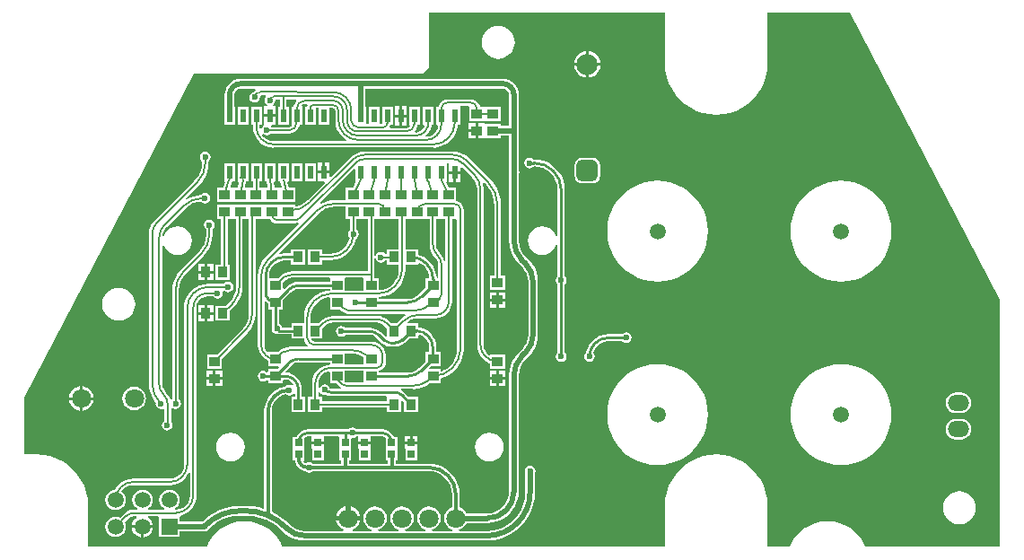
<source format=gtl>
G04*
G04 #@! TF.GenerationSoftware,Altium Limited,Altium Designer,21.2.1 (34)*
G04*
G04 Layer_Physical_Order=1*
G04 Layer_Color=255*
%FSLAX44Y44*%
%MOMM*%
G71*
G04*
G04 #@! TF.SameCoordinates,88615370-4C05-4218-9965-B51CFC903A55*
G04*
G04*
G04 #@! TF.FilePolarity,Positive*
G04*
G01*
G75*
%ADD10C,0.2000*%
%ADD13R,0.7000X0.7000*%
%ADD14R,1.0000X0.9500*%
%ADD15R,0.9500X1.0000*%
%ADD16R,0.6000X1.3000*%
%ADD28C,0.5000*%
%ADD29C,0.3000*%
%ADD30C,0.2540*%
%ADD31C,1.5000*%
%ADD32R,1.5000X1.5000*%
%ADD33C,1.8000*%
%ADD34C,2.0000*%
G04:AMPARAMS|DCode=35|XSize=2mm|YSize=2mm|CornerRadius=0.5mm|HoleSize=0mm|Usage=FLASHONLY|Rotation=90.000|XOffset=0mm|YOffset=0mm|HoleType=Round|Shape=RoundedRectangle|*
%AMROUNDEDRECTD35*
21,1,2.0000,1.0000,0,0,90.0*
21,1,1.0000,2.0000,0,0,90.0*
1,1,1.0000,0.5000,0.5000*
1,1,1.0000,0.5000,-0.5000*
1,1,1.0000,-0.5000,-0.5000*
1,1,1.0000,-0.5000,0.5000*
%
%ADD35ROUNDEDRECTD35*%
%ADD36O,2.0000X1.5000*%
%ADD37C,0.6000*%
G36*
X608506Y460260D02*
X608466D01*
X608880Y453948D01*
X610114Y447745D01*
X612147Y441756D01*
X614944Y436083D01*
X618458Y430824D01*
X622629Y426069D01*
X627384Y421898D01*
X632643Y418384D01*
X638316Y415587D01*
X644305Y413554D01*
X650508Y412320D01*
X656820Y411906D01*
X663131Y412320D01*
X669334Y413554D01*
X675324Y415587D01*
X680996Y418384D01*
X686255Y421898D01*
X691011Y426069D01*
X695181Y430824D01*
X698695Y436083D01*
X701492Y441756D01*
X703526Y447745D01*
X704760Y453948D01*
X705173Y460260D01*
X705133D01*
Y507946D01*
X782993D01*
X924506Y237445D01*
Y4573D01*
X797292D01*
X796006Y7678D01*
X792860Y12812D01*
X788950Y17390D01*
X784372Y21300D01*
X779239Y24446D01*
X773676Y26750D01*
X767822Y28156D01*
X761820Y28628D01*
X755817Y28156D01*
X749963Y26750D01*
X744401Y24446D01*
X739267Y21300D01*
X734689Y17390D01*
X730779Y12812D01*
X727633Y7678D01*
X726310Y4483D01*
X705133D01*
Y43260D01*
X705173D01*
X704760Y49571D01*
X703526Y55774D01*
X701492Y61764D01*
X698695Y67436D01*
X695181Y72695D01*
X691011Y77451D01*
X686255Y81621D01*
X680996Y85135D01*
X675324Y87933D01*
X669334Y89966D01*
X663131Y91200D01*
X656820Y91613D01*
X650508Y91200D01*
X644305Y89966D01*
X638316Y87933D01*
X632643Y85135D01*
X627384Y81621D01*
X622629Y77451D01*
X618458Y72695D01*
X614944Y67436D01*
X612147Y61764D01*
X610114Y55774D01*
X608880Y49571D01*
X608472Y43347D01*
X608501Y43347D01*
X608506Y43341D01*
Y4573D01*
X247292D01*
X246006Y7678D01*
X242860Y12812D01*
X238950Y17390D01*
X234372Y21300D01*
X229238Y24446D01*
X223676Y26750D01*
X217822Y28156D01*
X211820Y28628D01*
X205818Y28156D01*
X199963Y26750D01*
X194401Y24446D01*
X189267Y21300D01*
X184689Y17390D01*
X180779Y12812D01*
X177633Y7678D01*
X176347Y4573D01*
X64133D01*
Y43260D01*
X64173D01*
X63759Y49571D01*
X62526Y55775D01*
X60493Y61764D01*
X57695Y67437D01*
X54181Y72696D01*
X50011Y77451D01*
X45255Y81621D01*
X39996Y85135D01*
X34324Y87933D01*
X28335Y89966D01*
X22131Y91200D01*
X15820Y91614D01*
Y91574D01*
X4133D01*
Y144785D01*
X163660Y450686D01*
X378750D01*
X380018Y450939D01*
X381093Y451657D01*
X384843Y455407D01*
X385561Y456482D01*
X385814Y457750D01*
Y507946D01*
X608506D01*
Y460260D01*
D02*
G37*
%LPC*%
G36*
X451250Y495825D02*
X448211Y495525D01*
X445289Y494639D01*
X442597Y493200D01*
X440237Y491263D01*
X438299Y488903D01*
X436860Y486210D01*
X435974Y483288D01*
X435675Y480250D01*
X435974Y477211D01*
X436860Y474289D01*
X438299Y471597D01*
X440237Y469236D01*
X442597Y467299D01*
X445289Y465860D01*
X448211Y464974D01*
X451250Y464675D01*
X454288Y464974D01*
X457210Y465860D01*
X459903Y467299D01*
X462263Y469236D01*
X464200Y471597D01*
X465639Y474289D01*
X466525Y477211D01*
X466825Y480250D01*
X466525Y483288D01*
X465639Y486210D01*
X464200Y488903D01*
X462263Y491263D01*
X459903Y493200D01*
X457210Y494639D01*
X454288Y495525D01*
X451250Y495825D01*
D02*
G37*
G36*
X536520Y471981D02*
Y460770D01*
X547731D01*
X547467Y462774D01*
X546204Y465824D01*
X544194Y468444D01*
X541574Y470454D01*
X538524Y471717D01*
X536520Y471981D01*
D02*
G37*
G36*
X533980D02*
X531976Y471717D01*
X528926Y470454D01*
X526306Y468444D01*
X524296Y465824D01*
X523033Y462774D01*
X522769Y460770D01*
X533980D01*
Y471981D01*
D02*
G37*
G36*
X547731Y458230D02*
X536520D01*
Y447019D01*
X538524Y447283D01*
X541574Y448546D01*
X544194Y450556D01*
X546204Y453176D01*
X547467Y456226D01*
X547731Y458230D01*
D02*
G37*
G36*
X533980D02*
X522769D01*
X523033Y456226D01*
X524296Y453176D01*
X526306Y450556D01*
X528926Y448546D01*
X531976Y447283D01*
X533980Y447019D01*
Y458230D01*
D02*
G37*
G36*
X364781Y419960D02*
X360510D01*
Y412190D01*
X364781D01*
Y419960D01*
D02*
G37*
G36*
X357971D02*
X353701D01*
Y412190D01*
X357971D01*
Y419960D01*
D02*
G37*
G36*
X215250Y419670D02*
X205250D01*
Y402670D01*
X215250D01*
Y419670D01*
D02*
G37*
G36*
X364781Y409650D02*
X360510D01*
Y401880D01*
X364781D01*
Y409650D01*
D02*
G37*
G36*
X357971D02*
X353701D01*
Y401880D01*
X357971D01*
Y409650D01*
D02*
G37*
G36*
X455682Y445838D02*
X454440Y445838D01*
X321250Y445838D01*
X208427D01*
X208290Y445811D01*
X205413Y445527D01*
X202514Y444648D01*
X199843Y443220D01*
X197501Y441299D01*
X195580Y438957D01*
X194152Y436286D01*
X193273Y433387D01*
X192989Y430510D01*
X192962Y430373D01*
Y419670D01*
X192550D01*
Y402670D01*
X202550D01*
Y419670D01*
X202138D01*
Y430373D01*
X202097Y430583D01*
X202540Y432812D01*
X203921Y434879D01*
X205988Y436260D01*
X208217Y436704D01*
X208427Y436662D01*
X221981D01*
X222331Y435813D01*
X222340Y435392D01*
X220794Y434206D01*
X220117Y433323D01*
X219549Y433210D01*
X217895Y432105D01*
X216790Y430451D01*
X216402Y428500D01*
X216790Y426549D01*
X217895Y424895D01*
X219549Y423790D01*
X221500Y423402D01*
X223451Y423790D01*
X225105Y424895D01*
X226210Y426549D01*
X226598Y428500D01*
X226462Y429185D01*
X227507Y430438D01*
X231632Y430423D01*
X232009Y429151D01*
X231040Y427701D01*
X230652Y425750D01*
X231040Y423799D01*
X232145Y422145D01*
X233141Y421480D01*
X232756Y420210D01*
X230110D01*
Y412440D01*
X235650D01*
X241190D01*
Y420210D01*
X238744D01*
X238359Y421480D01*
X239355Y422145D01*
X240460Y423799D01*
X240848Y425750D01*
X241210Y426191D01*
X245291D01*
Y419670D01*
X243350D01*
Y402670D01*
X253350D01*
Y419670D01*
X251409D01*
Y426191D01*
X260315D01*
X260768Y424921D01*
X259328Y423045D01*
X258270Y420491D01*
X258162Y419670D01*
X256050D01*
Y402670D01*
X256050D01*
X256620Y401400D01*
X256612Y401388D01*
X255414Y400587D01*
X254007Y400307D01*
X254000Y400309D01*
X237591D01*
X237199Y400860D01*
X237853Y402130D01*
X241190D01*
Y409900D01*
X235650D01*
X230110D01*
Y402130D01*
X230110Y402130D01*
X230110D01*
X229333Y401230D01*
X229145Y401105D01*
X228040Y399451D01*
X227895Y398721D01*
X226481Y398121D01*
X226268Y398259D01*
X225980Y400444D01*
X226009Y400589D01*
Y402670D01*
X227950D01*
Y419670D01*
X217950D01*
Y402670D01*
X219891D01*
Y400589D01*
X219855D01*
X220233Y396749D01*
X221353Y393056D01*
X223172Y389653D01*
X225620Y386670D01*
X228603Y384222D01*
X232006Y382403D01*
X235699Y381283D01*
X239539Y380905D01*
Y380941D01*
X389883D01*
Y380888D01*
X394423Y381335D01*
X398788Y382659D01*
X402811Y384810D01*
X406337Y387703D01*
X409231Y391230D01*
X411381Y395253D01*
X412705Y399618D01*
X412981Y402420D01*
X415041D01*
Y419420D01*
X415641Y420441D01*
X423206D01*
X424000Y419500D01*
Y406000D01*
X438000D01*
Y406000D01*
X439250D01*
Y406000D01*
X453250D01*
Y419500D01*
X439250D01*
Y419500D01*
X438000D01*
Y419500D01*
X433845D01*
X433775Y420034D01*
X432893Y422163D01*
X431491Y423991D01*
X429663Y425393D01*
X427534Y426275D01*
X425250Y426576D01*
Y426559D01*
X403000D01*
Y426573D01*
X400781Y426281D01*
X398713Y425425D01*
X396938Y424062D01*
X395575Y422287D01*
X394719Y420219D01*
X394614Y419420D01*
X392341D01*
Y402420D01*
X393028D01*
X394142Y401150D01*
X393929Y399536D01*
X392817Y396850D01*
X391047Y394543D01*
X388741Y392774D01*
X386055Y391661D01*
X383255Y391292D01*
X383173Y391309D01*
X383166D01*
X382711Y392579D01*
X383909Y393561D01*
X385770Y395829D01*
X387153Y398416D01*
X388004Y401224D01*
X388122Y402420D01*
X389641D01*
Y419420D01*
X379641D01*
Y402420D01*
X380773D01*
X381575Y401150D01*
X380984Y399723D01*
X379579Y397891D01*
X377747Y396486D01*
X375615Y395603D01*
X373349Y395304D01*
X373326Y395309D01*
X372868D01*
X372330Y396579D01*
X373651Y398301D01*
X374678Y400780D01*
X374894Y402420D01*
X376940D01*
Y419420D01*
X366941D01*
Y402420D01*
X367428D01*
X368107Y401150D01*
X367680Y400511D01*
X366335Y399613D01*
X364779Y399303D01*
X364750Y399309D01*
X349094D01*
X348532Y400448D01*
X348646Y400596D01*
X349326Y402238D01*
X349350Y402420D01*
X351540D01*
Y419420D01*
X341541D01*
Y403309D01*
X338840D01*
Y419420D01*
X328841D01*
Y403309D01*
X326141D01*
Y419420D01*
X325729D01*
Y436662D01*
X455682Y436662D01*
X455864Y436698D01*
X457902Y436293D01*
X459785Y435035D01*
X461043Y433152D01*
X461448Y431114D01*
X461412Y430932D01*
Y401338D01*
X453250D01*
Y403500D01*
X439586Y403500D01*
X438540Y404040D01*
X438204Y404040D01*
X432270D01*
Y396750D01*
Y389460D01*
X438204D01*
X438540Y389460D01*
X439586Y390000D01*
X439810Y390000D01*
X453250D01*
Y392162D01*
X461412D01*
Y359633D01*
X461290Y359451D01*
X460902Y357500D01*
X461290Y355549D01*
X461412Y355367D01*
Y293021D01*
X461408D01*
X461777Y288329D01*
X462876Y283753D01*
X464677Y279405D01*
X467136Y275392D01*
X470192Y271813D01*
X470195Y271816D01*
X473316Y268695D01*
X473492Y268578D01*
X475956Y265576D01*
X477885Y261967D01*
X479072Y258051D01*
X479453Y254186D01*
X479412Y253979D01*
Y205021D01*
X479453Y204814D01*
X479072Y200949D01*
X477885Y197033D01*
X475956Y193424D01*
X473492Y190422D01*
X473316Y190305D01*
X470195Y187184D01*
X470192Y187187D01*
X467136Y183608D01*
X464677Y179595D01*
X462876Y175247D01*
X461777Y170671D01*
X461408Y165979D01*
X461412D01*
Y56650D01*
X461453Y56443D01*
X461072Y52578D01*
X459885Y48662D01*
X457956Y45053D01*
X455360Y41890D01*
X452197Y39294D01*
X448588Y37365D01*
X444672Y36178D01*
X440807Y35797D01*
X440600Y35838D01*
X421106D01*
X420709Y36797D01*
X418945Y39095D01*
X416647Y40858D01*
X414669Y41678D01*
Y53850D01*
X414689D01*
X414332Y58385D01*
X413270Y62808D01*
X411530Y67011D01*
X409153Y70890D01*
X406199Y74349D01*
X402739Y77303D01*
X398861Y79680D01*
X394658Y81420D01*
X390235Y82483D01*
X385700Y82839D01*
Y82819D01*
X354319D01*
Y86091D01*
X356183D01*
Y97091D01*
Y108091D01*
X352699D01*
X352381Y108859D01*
X350388Y111455D01*
X347792Y113448D01*
X344768Y114700D01*
X341524Y115127D01*
Y115084D01*
X317286D01*
X317105Y115355D01*
X315451Y116460D01*
X313500Y116848D01*
X311549Y116460D01*
X309895Y115355D01*
X309714Y115084D01*
X306750D01*
X306709Y115076D01*
X306667Y115084D01*
X271811D01*
Y115127D01*
X268566Y114700D01*
X265543Y113448D01*
X262946Y111455D01*
X260954Y108859D01*
X260636Y108091D01*
X257152D01*
Y97091D01*
Y86091D01*
X259278D01*
X259463Y84686D01*
X260682Y81744D01*
X262620Y79218D01*
X265146Y77280D01*
X268088Y76061D01*
X269216Y75913D01*
X269395Y75645D01*
X271049Y74540D01*
X273000Y74152D01*
X274951Y74540D01*
X276605Y75645D01*
X276629Y75681D01*
X385700D01*
X385858Y75713D01*
X389968Y75308D01*
X394072Y74063D01*
X397855Y72041D01*
X401170Y69320D01*
X403891Y66005D01*
X405913Y62222D01*
X407158Y58118D01*
X407563Y54008D01*
X407531Y53850D01*
Y41678D01*
X405553Y40858D01*
X403255Y39095D01*
X401492Y36797D01*
X400383Y34122D01*
X400005Y31250D01*
X400383Y28378D01*
X401492Y25703D01*
X403255Y23405D01*
X405553Y21641D01*
X408228Y20533D01*
X407952Y19338D01*
X388848D01*
X388572Y20533D01*
X391247Y21641D01*
X393545Y23405D01*
X395308Y25703D01*
X396417Y28378D01*
X396795Y31250D01*
X396417Y34122D01*
X395308Y36797D01*
X393545Y39095D01*
X391247Y40858D01*
X388572Y41967D01*
X385700Y42345D01*
X382828Y41967D01*
X380153Y40858D01*
X377855Y39095D01*
X376091Y36797D01*
X374983Y34122D01*
X374605Y31250D01*
X374983Y28378D01*
X376091Y25703D01*
X377855Y23405D01*
X380153Y21641D01*
X382828Y20533D01*
X382551Y19338D01*
X363448D01*
X363172Y20533D01*
X365847Y21641D01*
X368145Y23405D01*
X369908Y25703D01*
X371017Y28378D01*
X371395Y31250D01*
X371017Y34122D01*
X369908Y36797D01*
X368145Y39095D01*
X365847Y40858D01*
X363172Y41967D01*
X360300Y42345D01*
X357428Y41967D01*
X354753Y40858D01*
X352455Y39095D01*
X350691Y36797D01*
X349583Y34122D01*
X349205Y31250D01*
X349583Y28378D01*
X350691Y25703D01*
X352455Y23405D01*
X354753Y21641D01*
X357428Y20533D01*
X357151Y19338D01*
X338048D01*
X337772Y20533D01*
X340447Y21641D01*
X342745Y23405D01*
X344508Y25703D01*
X345617Y28378D01*
X345995Y31250D01*
X345617Y34122D01*
X344508Y36797D01*
X342745Y39095D01*
X340447Y40858D01*
X337771Y41967D01*
X334900Y42345D01*
X332028Y41967D01*
X329352Y40858D01*
X327055Y39095D01*
X325291Y36797D01*
X324183Y34122D01*
X323805Y31250D01*
X324183Y28378D01*
X325291Y25703D01*
X327055Y23405D01*
X329352Y21641D01*
X332028Y20533D01*
X331752Y19338D01*
X314216D01*
X313964Y20608D01*
X315320Y21170D01*
X317730Y23020D01*
X319580Y25430D01*
X320743Y28238D01*
X320810Y28750D01*
X309500D01*
X298190D01*
X298257Y28238D01*
X299420Y25430D01*
X301270Y23020D01*
X303680Y21170D01*
X305036Y20608D01*
X304784Y19338D01*
X269021D01*
X268814Y19297D01*
X264949Y19678D01*
X261033Y20865D01*
X257424Y22794D01*
X255228Y24597D01*
X254305Y25434D01*
X253546Y26240D01*
X252624Y27048D01*
X247962Y31137D01*
X241786Y35264D01*
X237571Y37342D01*
Y132253D01*
X237557Y132322D01*
X237866Y135462D01*
X238803Y138548D01*
X240323Y141391D01*
X242368Y143884D01*
X244861Y145930D01*
X247705Y147450D01*
X250785Y148385D01*
X252049Y147540D01*
X254000Y147152D01*
X255951Y147540D01*
X257605Y148645D01*
X258019Y149265D01*
X259289Y148880D01*
Y145646D01*
X255873D01*
Y131646D01*
X269373D01*
Y145646D01*
X265957D01*
Y153062D01*
X265968D01*
X265667Y156118D01*
X264776Y159056D01*
X263329Y161764D01*
X261381Y164138D01*
X259007Y166086D01*
X256299Y167533D01*
X253361Y168425D01*
X250774Y168679D01*
X250341Y169418D01*
X250252Y169954D01*
X255399Y175101D01*
X255442Y175164D01*
X257508Y176749D01*
X259983Y177775D01*
X262565Y178115D01*
X262640Y178100D01*
X292430D01*
Y176194D01*
X289744Y175930D01*
X286434Y174925D01*
X283382Y173294D01*
X280707Y171099D01*
X278512Y168425D01*
X276882Y165373D01*
X275877Y162062D01*
X275538Y158619D01*
X275564D01*
Y145646D01*
X271873D01*
Y131646D01*
X285373D01*
Y135587D01*
X346184D01*
Y131646D01*
X359684D01*
Y141522D01*
X360857Y142008D01*
X362184Y140681D01*
Y131646D01*
X375684D01*
Y145646D01*
X366649D01*
X363543Y148751D01*
X362677Y149681D01*
X362677Y149681D01*
X360062Y151687D01*
X359496Y151921D01*
X359748Y153191D01*
X370287D01*
Y153162D01*
X374743Y153513D01*
X379090Y154557D01*
X383220Y156267D01*
X387031Y158603D01*
X387126Y158684D01*
X396741D01*
Y163297D01*
X398656Y163757D01*
X402839Y165489D01*
X406698Y167855D01*
X410141Y170795D01*
X413081Y174237D01*
X415446Y178097D01*
X417178Y182279D01*
X418235Y186681D01*
X418473Y189700D01*
X418566Y190877D01*
X418566Y190877D01*
X418559Y192139D01*
Y322250D01*
X418576D01*
X418275Y324534D01*
X417393Y326663D01*
X415991Y328491D01*
X414163Y329893D01*
X412034Y330775D01*
X411500Y330845D01*
Y343000D01*
X404445D01*
X401894Y348374D01*
X402341Y349080D01*
X402341D01*
Y366080D01*
X402341D01*
X402495Y366528D01*
X403289Y366761D01*
X404501Y365910D01*
Y358850D01*
X415581D01*
Y362184D01*
X416754Y362670D01*
X426784Y352640D01*
X426787Y352638D01*
X426789Y352636D01*
X426790Y352635D01*
X426800Y352628D01*
X428659Y350363D01*
X430050Y347760D01*
X430906Y344936D01*
X431194Y342014D01*
X431191Y342000D01*
Y195337D01*
X431158D01*
X431526Y191604D01*
X432615Y188013D01*
X434383Y184704D01*
X436763Y181804D01*
X439664Y179424D01*
X442972Y177656D01*
X443546Y177481D01*
Y172541D01*
X457546D01*
Y186041D01*
X443546D01*
Y185668D01*
X442407Y185106D01*
X441082Y186123D01*
X439011Y188822D01*
X437710Y191965D01*
X437283Y195207D01*
X437309Y195337D01*
Y342000D01*
X437352D01*
X436945Y346138D01*
X436489Y347639D01*
X437612Y348312D01*
X438823Y347101D01*
X438825Y347099D01*
X438828Y347096D01*
X438830Y347094D01*
X438830Y347094D01*
X438836Y347088D01*
X438837Y347087D01*
X438838Y347087D01*
X439662Y346158D01*
X441870Y343572D01*
X444292Y339621D01*
X446065Y335339D01*
X447147Y330833D01*
X447504Y326296D01*
X447488Y326213D01*
Y259973D01*
X443546D01*
Y246473D01*
X457546D01*
Y259973D01*
X453605D01*
Y326213D01*
X453656D01*
X453217Y331795D01*
X451910Y337239D01*
X449768Y342411D01*
X446842Y347184D01*
X444014Y350497D01*
X443206Y351442D01*
X443198Y351449D01*
X442264Y352312D01*
X423680Y370896D01*
X423701Y370941D01*
X423701Y370941D01*
X420382Y373664D01*
X416596Y375688D01*
X412487Y376935D01*
X409437Y377235D01*
X408214Y377355D01*
X408198Y377354D01*
X406946Y377309D01*
X325419D01*
Y377346D01*
X321514Y376962D01*
X317759Y375823D01*
X314299Y373973D01*
X312212Y372260D01*
X311280Y371496D01*
X311280Y371495D01*
X311266Y371484D01*
X311255Y371470D01*
X310392Y370557D01*
X293163Y353328D01*
X291990Y353814D01*
Y356560D01*
X280910D01*
Y348790D01*
X286966D01*
X287452Y347617D01*
X271451Y331616D01*
X271361Y331481D01*
X267854Y328603D01*
X263713Y326390D01*
X260770Y325497D01*
X259750Y326254D01*
Y327000D01*
X245750D01*
Y327000D01*
X244750D01*
Y327000D01*
X231020D01*
X230750Y327000D01*
X229750D01*
X229480Y327000D01*
X216020D01*
X215750Y327000D01*
X214750D01*
X214480Y327000D01*
X201020D01*
X200750Y327000D01*
X199750D01*
X199480Y327000D01*
X185750D01*
Y313500D01*
X189691D01*
Y270383D01*
X184589D01*
Y256383D01*
X198088D01*
Y270383D01*
X195809D01*
Y313500D01*
X199480D01*
X199750Y313500D01*
X200750D01*
X201020Y313500D01*
X203941D01*
Y250250D01*
X203963Y250141D01*
X203572Y246173D01*
X202383Y242252D01*
X200451Y238639D01*
X198638Y236429D01*
X197829Y235494D01*
X196949Y234614D01*
X194013Y231678D01*
X184589D01*
Y217678D01*
X198088D01*
Y227102D01*
X202155Y231169D01*
X202155Y231169D01*
X202172Y231151D01*
X204000Y233291D01*
X204083Y233347D01*
X204211Y233538D01*
X204925Y234374D01*
X207139Y237988D01*
X208761Y241904D01*
X209751Y246025D01*
X210083Y250250D01*
X210059D01*
Y313500D01*
X214480D01*
X214750Y313500D01*
X215941Y313310D01*
Y224000D01*
X215956Y223925D01*
X215602Y220331D01*
X214532Y216803D01*
X212794Y213552D01*
X211239Y211657D01*
X210439Y210718D01*
X210439Y210718D01*
X185763Y186041D01*
X176339D01*
Y172541D01*
X190338D01*
Y181965D01*
X213867Y205494D01*
X214809Y206348D01*
X214809Y206348D01*
X217913Y210131D01*
X220220Y214447D01*
X221640Y219130D01*
X222120Y224000D01*
X222059D01*
Y313500D01*
X229480D01*
X229750Y313500D01*
X230750D01*
X231020Y313500D01*
X235748D01*
X235762Y313466D01*
X237045Y311795D01*
X238716Y310512D01*
X240663Y309706D01*
X242751Y309431D01*
Y309441D01*
X257108D01*
X258360Y309394D01*
X258379Y309392D01*
X259566Y309548D01*
X261644Y309822D01*
X262587Y310212D01*
X263306Y309136D01*
X233749Y279579D01*
X232785Y278752D01*
X232723Y278726D01*
X232631Y278503D01*
X231801Y277721D01*
X231796Y277714D01*
X228641Y273869D01*
X226292Y269476D01*
X224846Y264708D01*
X224358Y259750D01*
X224421D01*
Y194971D01*
X224400Y194971D01*
X224424Y194721D01*
X224426Y194711D01*
X224460Y194364D01*
X224521Y193743D01*
X224521Y193742D01*
X224719Y191729D01*
X225665Y188612D01*
X227201Y185739D01*
X229267Y183221D01*
X231785Y181154D01*
X234018Y179961D01*
Y174684D01*
X243893D01*
X244379Y173510D01*
X243052Y172184D01*
X234018D01*
Y169651D01*
X233271Y169300D01*
X232747Y169177D01*
X231201Y170210D01*
X229250Y170598D01*
X227299Y170210D01*
X225645Y169105D01*
X224540Y167451D01*
X224152Y165500D01*
X224540Y163549D01*
X225645Y161895D01*
X227299Y160790D01*
X229250Y160402D01*
X231201Y160790D01*
X232747Y161824D01*
X233271Y161700D01*
X234018Y161349D01*
Y158684D01*
X248017D01*
Y161159D01*
X248918Y162054D01*
X250417Y162045D01*
X252634Y161754D01*
X254804Y160855D01*
X256667Y159425D01*
X257932Y157777D01*
X257910Y157179D01*
X256614Y156517D01*
X255951Y156960D01*
X254000Y157348D01*
X252049Y156960D01*
X250395Y155855D01*
X250148Y155484D01*
X249394Y155410D01*
X244964Y154066D01*
X240882Y151884D01*
X237304Y148948D01*
X234368Y145370D01*
X232186Y141288D01*
X230843Y136859D01*
X230389Y132253D01*
X230434D01*
Y41231D01*
X229402Y40492D01*
X228090Y40937D01*
X220805Y42386D01*
X213393Y42872D01*
Y42838D01*
X207739D01*
X207739Y42858D01*
X201154Y42426D01*
X194681Y41139D01*
X188432Y39018D01*
X182513Y36099D01*
X177026Y32432D01*
X172992Y28895D01*
X172064Y28081D01*
X172056Y28071D01*
X170862Y27888D01*
X150400Y27888D01*
X150400Y32378D01*
X150497Y32908D01*
X151234Y33724D01*
X154338Y34666D01*
X157771Y36501D01*
X160780Y38970D01*
X163249Y41979D01*
X165084Y45412D01*
X166214Y49137D01*
X166596Y53011D01*
X166559D01*
Y230500D01*
X166549Y230551D01*
X166881Y233077D01*
X167876Y235479D01*
X169459Y237542D01*
X171521Y239124D01*
X173923Y240119D01*
X176449Y240451D01*
X176500Y240441D01*
X182280D01*
X182645Y239895D01*
X184299Y238790D01*
X186250Y238402D01*
X188201Y238790D01*
X189855Y239895D01*
X190960Y241549D01*
X191348Y243500D01*
X191153Y244480D01*
X192017Y245784D01*
X192410Y245854D01*
X192801Y245791D01*
X194299Y244790D01*
X196250Y244402D01*
X198201Y244790D01*
X199855Y245895D01*
X200960Y247549D01*
X201348Y249500D01*
X200960Y251451D01*
X199855Y253105D01*
X198201Y254210D01*
X196250Y254598D01*
X194299Y254210D01*
X192645Y253105D01*
X192280Y252559D01*
X177750D01*
Y252611D01*
X173241Y252167D01*
X168906Y250852D01*
X164910Y248716D01*
X161408Y245842D01*
X158534Y242340D01*
X156398Y238344D01*
X155083Y234009D01*
X154639Y229500D01*
X154691D01*
Y81874D01*
X154719Y81735D01*
X154282Y78416D01*
X152947Y75193D01*
X150824Y72426D01*
X148057Y70303D01*
X144834Y68968D01*
X141515Y68531D01*
X141376Y68559D01*
X106900D01*
Y68596D01*
X103019Y68214D01*
X99286Y67081D01*
X95847Y65243D01*
X92832Y62768D01*
X90357Y59753D01*
X89531Y58207D01*
X87620Y57955D01*
X85309Y56998D01*
X83324Y55475D01*
X81802Y53491D01*
X80844Y51180D01*
X80518Y48700D01*
X80844Y46220D01*
X81802Y43909D01*
X83324Y41925D01*
X85309Y40402D01*
X87620Y39444D01*
X90100Y39118D01*
X92580Y39444D01*
X94891Y40402D01*
X96875Y41925D01*
X98398Y43909D01*
X99355Y46220D01*
X99682Y48700D01*
X99355Y51180D01*
X98398Y53491D01*
X96875Y55475D01*
X95610Y56447D01*
X97148Y58452D01*
X100005Y60643D01*
X103331Y62021D01*
X106749Y62471D01*
X106900Y62441D01*
X141376D01*
Y62406D01*
X145174Y62780D01*
X148826Y63888D01*
X152192Y65687D01*
X155142Y68108D01*
X157563Y71058D01*
X159171Y74067D01*
X160441Y73749D01*
Y53011D01*
X160471Y52861D01*
X160022Y49452D01*
X158648Y46135D01*
X156463Y43287D01*
X153615Y41102D01*
X150298Y39728D01*
X146889Y39279D01*
X146739Y39309D01*
X146257D01*
X146088Y39636D01*
X145922Y40579D01*
X147675Y41925D01*
X149198Y43909D01*
X150155Y46220D01*
X150482Y48700D01*
X150155Y51180D01*
X149198Y53491D01*
X147675Y55475D01*
X145691Y56998D01*
X143380Y57955D01*
X140900Y58282D01*
X138420Y57955D01*
X136109Y56998D01*
X134124Y55475D01*
X132602Y53491D01*
X131644Y51180D01*
X131318Y48700D01*
X131644Y46220D01*
X132602Y43909D01*
X134124Y41925D01*
X135878Y40579D01*
X135712Y39636D01*
X135543Y39309D01*
X120857D01*
X120688Y39636D01*
X120522Y40579D01*
X122275Y41925D01*
X123798Y43909D01*
X124755Y46220D01*
X125082Y48700D01*
X124755Y51180D01*
X123798Y53491D01*
X122275Y55475D01*
X120291Y56998D01*
X117980Y57955D01*
X115500Y58282D01*
X113020Y57955D01*
X110709Y56998D01*
X108724Y55475D01*
X107202Y53491D01*
X106244Y51180D01*
X105918Y48700D01*
X106244Y46220D01*
X107202Y43909D01*
X108724Y41925D01*
X110478Y40579D01*
X110312Y39636D01*
X110143Y39309D01*
X107500D01*
Y39369D01*
X103912Y38896D01*
X100569Y37511D01*
X97698Y35309D01*
X96842Y34368D01*
X94312Y31838D01*
X92580Y32555D01*
X90100Y32882D01*
X87620Y32555D01*
X85309Y31598D01*
X83324Y30075D01*
X81802Y28091D01*
X80844Y25780D01*
X80518Y23300D01*
X80844Y20820D01*
X81802Y18509D01*
X83324Y16524D01*
X85309Y15002D01*
X87620Y14045D01*
X90100Y13718D01*
X92580Y14045D01*
X94891Y15002D01*
X96875Y16524D01*
X98398Y18509D01*
X99355Y20820D01*
X99682Y23300D01*
X99355Y25780D01*
X98638Y27512D01*
X102066Y30940D01*
X102068Y30939D01*
X103659Y32160D01*
X105512Y32927D01*
X107500Y33189D01*
Y33191D01*
X109899D01*
X110153Y32662D01*
X110243Y31921D01*
X108339Y30461D01*
X106730Y28363D01*
X105718Y25921D01*
X105541Y24570D01*
X115500D01*
X125459D01*
X125282Y25921D01*
X124270Y28363D01*
X122661Y30461D01*
X120757Y31921D01*
X120847Y32662D01*
X121101Y33191D01*
X130292D01*
X131400Y32800D01*
X131400Y31921D01*
Y13800D01*
X150400D01*
Y18712D01*
X173800Y18712D01*
X175556Y19061D01*
X177044Y20056D01*
X178559Y21570D01*
X178559Y21571D01*
X179471Y22437D01*
X182594Y25176D01*
X187086Y28177D01*
X191932Y30567D01*
X197049Y32304D01*
X202348Y33358D01*
X206483Y33629D01*
X207739Y33662D01*
Y33662D01*
X213393D01*
X213632Y33709D01*
X219611Y33317D01*
X225723Y32102D01*
X231624Y30099D01*
X232108Y29860D01*
X232247Y29767D01*
X232329Y29751D01*
X237212Y27343D01*
X242393Y23881D01*
X246145Y20591D01*
X247050Y19712D01*
X247051Y19710D01*
X247051Y19710D01*
X247813Y18942D01*
X247952Y18824D01*
X251392Y15886D01*
X255405Y13427D01*
X259753Y11625D01*
X264329Y10527D01*
X269021Y10158D01*
Y10162D01*
X440127D01*
Y10152D01*
X446095Y10543D01*
X451960Y11710D01*
X457623Y13632D01*
X462987Y16278D01*
X467960Y19600D01*
X472457Y23544D01*
X476400Y28040D01*
X479722Y33013D01*
X482368Y38377D01*
X484290Y44040D01*
X485457Y49905D01*
X485848Y55873D01*
X485838D01*
Y73617D01*
X485960Y73799D01*
X486348Y75750D01*
X485960Y77701D01*
X484855Y79355D01*
X483201Y80460D01*
X481250Y80848D01*
X479299Y80460D01*
X477645Y79355D01*
X476540Y77701D01*
X476152Y75750D01*
X476540Y73799D01*
X476662Y73617D01*
Y55873D01*
X476715Y55606D01*
X476285Y50146D01*
X474944Y44560D01*
X472746Y39253D01*
X469744Y34355D01*
X466013Y29987D01*
X461645Y26256D01*
X456747Y23254D01*
X451440Y21056D01*
X445854Y19715D01*
X440393Y19285D01*
X440127Y19338D01*
X414248D01*
X413972Y20533D01*
X416647Y21641D01*
X418945Y23405D01*
X420709Y25703D01*
X421106Y26662D01*
X440600D01*
Y26658D01*
X445292Y27027D01*
X449868Y28126D01*
X454216Y29927D01*
X458229Y32386D01*
X461808Y35442D01*
X464864Y39021D01*
X467323Y43034D01*
X469124Y47382D01*
X470223Y51958D01*
X470592Y56650D01*
X470588D01*
Y165979D01*
X470547Y166186D01*
X470928Y170051D01*
X472115Y173967D01*
X474044Y177576D01*
X476508Y180578D01*
X476684Y180695D01*
X479805Y183816D01*
X479808Y183813D01*
X482864Y187392D01*
X485323Y191405D01*
X487124Y195753D01*
X488223Y200329D01*
X488592Y205021D01*
X488588D01*
Y253979D01*
X488592D01*
X488223Y258671D01*
X487124Y263247D01*
X485323Y267595D01*
X482864Y271608D01*
X479808Y275187D01*
X479805Y275184D01*
X476684Y278305D01*
X476508Y278422D01*
X474044Y281424D01*
X472115Y285033D01*
X470928Y288949D01*
X470547Y292814D01*
X470588Y293021D01*
Y355367D01*
X470710Y355549D01*
X471098Y357500D01*
X470710Y359451D01*
X470588Y359633D01*
Y397208D01*
X470598Y397258D01*
X470588D01*
Y430932D01*
X470555Y431096D01*
X470286Y433837D01*
X469438Y436630D01*
X468062Y439204D01*
X466211Y441460D01*
X463954Y443312D01*
X461380Y444688D01*
X458587Y445536D01*
X455845Y445806D01*
X455682Y445838D01*
Y445838D01*
D02*
G37*
G36*
X429730Y404040D02*
X423460D01*
Y398020D01*
X429730D01*
Y404040D01*
D02*
G37*
G36*
Y395480D02*
X423460D01*
Y389460D01*
X429730D01*
Y395480D01*
D02*
G37*
G36*
X291990Y366870D02*
X287720D01*
Y359100D01*
X291990D01*
Y366870D01*
D02*
G37*
G36*
X285180D02*
X280910D01*
Y359100D01*
X285180D01*
Y366870D01*
D02*
G37*
G36*
X278750Y366330D02*
X268750D01*
Y349330D01*
X278750D01*
Y366330D01*
D02*
G37*
G36*
X266050Y366330D02*
X256050D01*
Y349330D01*
X266050D01*
Y366330D01*
D02*
G37*
G36*
X415581Y356310D02*
X411311D01*
Y348540D01*
X415581D01*
Y356310D01*
D02*
G37*
G36*
X408771D02*
X404501D01*
Y348540D01*
X408771D01*
Y356310D01*
D02*
G37*
G36*
X540250Y371560D02*
X530250D01*
X528423Y371320D01*
X526720Y370614D01*
X525257Y369492D01*
X524136Y368030D01*
X523430Y366327D01*
X523190Y364500D01*
Y354500D01*
X523430Y352673D01*
X524136Y350970D01*
X525257Y349507D01*
X526720Y348386D01*
X528423Y347680D01*
X530250Y347440D01*
X540250D01*
X542077Y347680D01*
X543780Y348386D01*
X545243Y349507D01*
X546365Y350970D01*
X547070Y352673D01*
X547310Y354500D01*
Y364500D01*
X547070Y366327D01*
X546365Y368030D01*
X545243Y369492D01*
X543780Y370614D01*
X542077Y371320D01*
X540250Y371560D01*
D02*
G37*
G36*
X253350Y366330D02*
X243350D01*
Y349330D01*
X245546D01*
X247040Y344012D01*
X246273Y343000D01*
X245750Y343000D01*
X244750D01*
X244480Y343000D01*
X239884D01*
X239179Y348375D01*
X240017Y349330D01*
X240650D01*
Y366330D01*
X230650D01*
Y349330D01*
X232884D01*
X233589Y343955D01*
X232751Y343000D01*
X231020D01*
X230750Y343000D01*
X229750D01*
X229480Y343000D01*
X225970D01*
Y349330D01*
X227950D01*
Y366330D01*
X217950D01*
Y349330D01*
X219852D01*
Y343000D01*
X216020D01*
X215750Y343000D01*
X214750D01*
X214480Y343000D01*
X213019D01*
X212197Y343968D01*
X213076Y349330D01*
X215250D01*
Y366330D01*
X205250D01*
Y352626D01*
X205191Y352330D01*
X205204Y352263D01*
X205194Y352196D01*
X205250Y351968D01*
Y349330D01*
X205896D01*
X206718Y348362D01*
X205839Y343000D01*
X201020D01*
X200750Y343000D01*
X199750D01*
X199283Y343000D01*
X198531Y344023D01*
X200184Y349330D01*
X202550D01*
Y366330D01*
X192550D01*
Y349330D01*
X192705D01*
X193458Y348307D01*
X191805Y343000D01*
X185750D01*
Y329500D01*
X199480D01*
X199750Y329500D01*
X200750D01*
X201020Y329500D01*
X214480D01*
X214750Y329500D01*
X215750D01*
X216020Y329500D01*
X229480D01*
X229750Y329500D01*
X230750D01*
X231020Y329500D01*
X244480D01*
X244750Y329500D01*
X245750D01*
X246020Y329500D01*
X259750D01*
Y343000D01*
X253679D01*
X252185Y348318D01*
X252952Y349330D01*
X253350D01*
Y366330D01*
D02*
G37*
G36*
X174750Y377098D02*
X172799Y376710D01*
X171145Y375605D01*
X170040Y373951D01*
X169652Y372000D01*
X170040Y370049D01*
X171145Y368395D01*
X171691Y368030D01*
Y366271D01*
X171718Y366138D01*
X171301Y361905D01*
X170027Y357706D01*
X167959Y353837D01*
X165976Y351421D01*
X165148Y350473D01*
Y350473D01*
X164267Y349593D01*
X126830Y312155D01*
X126812Y312174D01*
X124626Y309511D01*
X123003Y306474D01*
X122003Y303178D01*
X121665Y299750D01*
X121691D01*
Y158271D01*
X121662D01*
X122013Y153815D01*
X123056Y149468D01*
X124767Y145338D01*
X127103Y141526D01*
X128078Y140385D01*
X127902Y139500D01*
X128290Y137549D01*
X129395Y135895D01*
X131049Y134790D01*
X133000Y134402D01*
X134951Y134790D01*
X135321Y135037D01*
X136441Y134439D01*
Y123471D01*
X135145Y122605D01*
X134040Y120951D01*
X133652Y119000D01*
X134040Y117049D01*
X135145Y115395D01*
X136799Y114290D01*
X138750Y113902D01*
X140701Y114290D01*
X142355Y115395D01*
X143460Y117049D01*
X143848Y119000D01*
X143460Y120951D01*
X142559Y122299D01*
Y134760D01*
X143829Y135438D01*
X144799Y134790D01*
X146750Y134402D01*
X148701Y134790D01*
X150355Y135895D01*
X151460Y137549D01*
X151848Y139500D01*
X151460Y141451D01*
X150355Y143105D01*
X149809Y143470D01*
Y245979D01*
X149782Y246112D01*
X150199Y250345D01*
X151473Y254544D01*
X153541Y258413D01*
X156240Y261701D01*
X156352Y261777D01*
X172325Y277750D01*
X173244Y278627D01*
X173244Y278627D01*
X176147Y282026D01*
X178483Y285838D01*
X180194Y289968D01*
X181237Y294314D01*
X181588Y298771D01*
X181559D01*
Y304030D01*
X182105Y304395D01*
X183210Y306049D01*
X183598Y308000D01*
X183210Y309951D01*
X182105Y311605D01*
X180451Y312710D01*
X178500Y313098D01*
X176549Y312710D01*
X174895Y311605D01*
X173790Y309951D01*
X173402Y308000D01*
X173790Y306049D01*
X174895Y304395D01*
X175441Y304030D01*
Y298771D01*
X175468Y298638D01*
X175051Y294405D01*
X173777Y290206D01*
X171709Y286337D01*
X169726Y283921D01*
X168898Y282973D01*
Y282973D01*
X168017Y282092D01*
X152027Y266102D01*
X152006Y266123D01*
X149103Y262724D01*
X146767Y258912D01*
X145056Y254782D01*
X144013Y250435D01*
X143662Y245979D01*
X143691D01*
Y143824D01*
X142925Y143166D01*
X141610Y143477D01*
X141233Y144717D01*
X139592Y147789D01*
X138155Y149540D01*
X137382Y150481D01*
X137367Y150494D01*
X136586Y151440D01*
X135688Y152611D01*
X134644Y155132D01*
X134297Y157768D01*
X134309Y157829D01*
X134309Y157839D01*
X134308Y157843D01*
X134309Y157847D01*
Y289010D01*
X135579Y289262D01*
X136768Y286392D01*
X138932Y283572D01*
X141752Y281408D01*
X145036Y280047D01*
X148560Y279583D01*
X152084Y280047D01*
X155368Y281408D01*
X158188Y283572D01*
X160352Y286392D01*
X161712Y289676D01*
X162176Y293200D01*
X161712Y296724D01*
X160352Y300008D01*
X158188Y302828D01*
X155368Y304992D01*
X152084Y306353D01*
X148560Y306817D01*
X145036Y306353D01*
X141752Y304992D01*
X138932Y302828D01*
X136768Y300008D01*
X135723Y297486D01*
X134486Y297817D01*
X134725Y299634D01*
X136087Y302923D01*
X138164Y305629D01*
X138288Y305712D01*
X156223Y323648D01*
X156223Y323648D01*
X157156Y324464D01*
X159587Y326459D01*
X163456Y328527D01*
X167655Y329801D01*
X170598Y330091D01*
X170895Y329645D01*
X172549Y328540D01*
X174500Y328152D01*
X176451Y328540D01*
X178105Y329645D01*
X179210Y331299D01*
X179598Y333250D01*
X179210Y335201D01*
X178105Y336855D01*
X176451Y337960D01*
X174500Y338348D01*
X172549Y337960D01*
X170895Y336855D01*
X170468Y336216D01*
X167565Y335987D01*
X163218Y334944D01*
X159088Y333233D01*
X157194Y332072D01*
X156403Y333077D01*
X168575Y345250D01*
X169494Y346127D01*
X169494Y346127D01*
X172397Y349526D01*
X174733Y353338D01*
X176444Y357468D01*
X177487Y361814D01*
X177838Y366271D01*
X177809D01*
Y368030D01*
X178355Y368395D01*
X179460Y370049D01*
X179848Y372000D01*
X179460Y373951D01*
X178355Y375605D01*
X176701Y376710D01*
X174750Y377098D01*
D02*
G37*
G36*
X480750Y371598D02*
X478799Y371210D01*
X477145Y370105D01*
X476040Y368451D01*
X475652Y366500D01*
X476040Y364549D01*
X477145Y362895D01*
X478799Y361790D01*
X480750Y361402D01*
X482701Y361790D01*
X484355Y362895D01*
X484536Y363166D01*
X485110D01*
X485257Y363195D01*
X489424Y362785D01*
X493571Y361526D01*
X497394Y359483D01*
X500744Y356734D01*
X503494Y353383D01*
X505537Y349561D01*
X506795Y345413D01*
X507205Y341246D01*
X507176Y341100D01*
Y296400D01*
X505906Y296316D01*
X505853Y296724D01*
X504492Y300008D01*
X502328Y302828D01*
X499508Y304992D01*
X496224Y306353D01*
X492700Y306817D01*
X489176Y306353D01*
X485892Y304992D01*
X483072Y302828D01*
X480908Y300008D01*
X479548Y296724D01*
X479084Y293200D01*
X479548Y289676D01*
X480908Y286392D01*
X483072Y283572D01*
X485892Y281408D01*
X489176Y280047D01*
X492700Y279583D01*
X496224Y280047D01*
X499508Y281408D01*
X502328Y283572D01*
X504492Y286392D01*
X505853Y289676D01*
X505906Y290084D01*
X507176Y290000D01*
Y259522D01*
X506906Y259341D01*
X505800Y257687D01*
X505412Y255736D01*
X505800Y253785D01*
X506906Y252132D01*
X507176Y251951D01*
Y187543D01*
X506895Y187355D01*
X505790Y185701D01*
X505402Y183750D01*
X505790Y181799D01*
X506895Y180145D01*
X508549Y179040D01*
X510500Y178652D01*
X512451Y179040D01*
X514105Y180145D01*
X515210Y181799D01*
X515598Y183750D01*
X515210Y185701D01*
X514105Y187355D01*
X513844Y187529D01*
Y251951D01*
X514115Y252132D01*
X515220Y253785D01*
X515608Y255736D01*
X515220Y257687D01*
X514115Y259341D01*
X513844Y259522D01*
Y341100D01*
X513869D01*
X513515Y345599D01*
X512461Y349987D01*
X510734Y354156D01*
X508377Y358004D01*
X505446Y361435D01*
X502014Y364366D01*
X498166Y366724D01*
X493997Y368451D01*
X489609Y369505D01*
X485110Y369859D01*
Y369859D01*
X484032Y370321D01*
X482701Y371210D01*
X480750Y371598D01*
D02*
G37*
G36*
X182628Y270923D02*
X176608D01*
Y264653D01*
X182628D01*
Y270923D01*
D02*
G37*
G36*
X174068D02*
X168048D01*
Y264653D01*
X174068D01*
Y270923D01*
D02*
G37*
G36*
X182628Y262113D02*
X176608D01*
Y255843D01*
X182628D01*
Y262113D01*
D02*
G37*
G36*
X174068D02*
X168048D01*
Y255843D01*
X174068D01*
Y262113D01*
D02*
G37*
G36*
X774490Y349732D02*
X768277Y349325D01*
X762170Y348110D01*
X756273Y346109D01*
X750689Y343354D01*
X745512Y339895D01*
X740830Y335790D01*
X736725Y331108D01*
X733266Y325931D01*
X730512Y320346D01*
X728510Y314450D01*
X727295Y308343D01*
X726888Y302130D01*
X727295Y295917D01*
X728510Y289810D01*
X730512Y283914D01*
X733266Y278329D01*
X736725Y273152D01*
X740830Y268470D01*
X745512Y264365D01*
X750689Y260906D01*
X756273Y258152D01*
X762170Y256150D01*
X768277Y254935D01*
X774490Y254528D01*
X780703Y254935D01*
X786810Y256150D01*
X792707Y258152D01*
X798291Y260906D01*
X803468Y264365D01*
X808150Y268470D01*
X812255Y273152D01*
X815714Y278329D01*
X818468Y283914D01*
X820470Y289810D01*
X821685Y295917D01*
X822092Y302130D01*
X821685Y308343D01*
X820470Y314450D01*
X818468Y320346D01*
X815714Y325931D01*
X812255Y331108D01*
X808150Y335790D01*
X803468Y339895D01*
X798291Y343354D01*
X792707Y346109D01*
X786810Y348110D01*
X780703Y349325D01*
X774490Y349732D01*
D02*
G37*
G36*
X601490D02*
X595277Y349325D01*
X589170Y348110D01*
X583274Y346109D01*
X577689Y343354D01*
X572512Y339895D01*
X567830Y335790D01*
X563725Y331108D01*
X560266Y325931D01*
X557512Y320346D01*
X555510Y314450D01*
X554295Y308343D01*
X553888Y302130D01*
X554295Y295917D01*
X555510Y289810D01*
X557512Y283914D01*
X560266Y278329D01*
X563725Y273152D01*
X567830Y268470D01*
X572512Y264365D01*
X577689Y260906D01*
X583274Y258152D01*
X589170Y256150D01*
X595277Y254935D01*
X601490Y254528D01*
X607703Y254935D01*
X613810Y256150D01*
X619706Y258152D01*
X625291Y260906D01*
X630468Y264365D01*
X635150Y268470D01*
X639255Y273152D01*
X642714Y278329D01*
X645468Y283914D01*
X647470Y289810D01*
X648685Y295917D01*
X649092Y302130D01*
X648685Y308343D01*
X647470Y314450D01*
X645468Y320346D01*
X642714Y325931D01*
X639255Y331108D01*
X635150Y335790D01*
X630468Y339895D01*
X625291Y343354D01*
X619706Y346109D01*
X613810Y348110D01*
X607703Y349325D01*
X601490Y349732D01*
D02*
G37*
G36*
X458086Y244513D02*
X451816D01*
Y238493D01*
X458086D01*
Y244513D01*
D02*
G37*
G36*
X449276D02*
X443007D01*
Y238493D01*
X449276D01*
Y244513D01*
D02*
G37*
G36*
X458086Y235953D02*
X451816D01*
Y229933D01*
X458086D01*
Y235953D01*
D02*
G37*
G36*
X449276D02*
X443007D01*
Y229933D01*
X449276D01*
Y235953D01*
D02*
G37*
G36*
X182628Y232218D02*
X176608D01*
Y225948D01*
X182628D01*
Y232218D01*
D02*
G37*
G36*
X174068D02*
X168048D01*
Y225948D01*
X174068D01*
Y232218D01*
D02*
G37*
G36*
X93250Y248825D02*
X90211Y248525D01*
X87289Y247639D01*
X84597Y246200D01*
X82236Y244263D01*
X80300Y241903D01*
X78860Y239210D01*
X77974Y236288D01*
X77675Y233250D01*
X77974Y230211D01*
X78860Y227289D01*
X80300Y224597D01*
X82236Y222236D01*
X84597Y220299D01*
X87289Y218860D01*
X90211Y217974D01*
X93250Y217675D01*
X96288Y217974D01*
X99210Y218860D01*
X101903Y220299D01*
X104263Y222236D01*
X106200Y224597D01*
X107639Y227289D01*
X108525Y230211D01*
X108825Y233250D01*
X108525Y236288D01*
X107639Y239210D01*
X106200Y241903D01*
X104263Y244263D01*
X101903Y246200D01*
X99210Y247639D01*
X96288Y248525D01*
X93250Y248825D01*
D02*
G37*
G36*
X182628Y223408D02*
X176608D01*
Y217138D01*
X182628D01*
Y223408D01*
D02*
G37*
G36*
X174068D02*
X168048D01*
Y217138D01*
X174068D01*
Y223408D01*
D02*
G37*
G36*
X572000Y206598D02*
X570049Y206210D01*
X568395Y205105D01*
X568214Y204834D01*
X554750D01*
Y204870D01*
X550678Y204470D01*
X546763Y203282D01*
X543155Y201353D01*
X539992Y198758D01*
X537397Y195595D01*
X535468Y191987D01*
X534281Y188072D01*
X534276Y188026D01*
X533645Y187605D01*
X532540Y185951D01*
X532152Y184000D01*
X532540Y182049D01*
X533645Y180395D01*
X535299Y179290D01*
X537250Y178902D01*
X539201Y179290D01*
X540855Y180395D01*
X541960Y182049D01*
X542348Y184000D01*
X541960Y185951D01*
X540976Y187423D01*
X541010Y187682D01*
X542431Y191112D01*
X544692Y194058D01*
X547638Y196319D01*
X551068Y197740D01*
X554572Y198201D01*
X554750Y198166D01*
X568214D01*
X568395Y197895D01*
X570049Y196790D01*
X572000Y196402D01*
X573951Y196790D01*
X575605Y197895D01*
X576710Y199549D01*
X577098Y201500D01*
X576710Y203451D01*
X575605Y205105D01*
X573951Y206210D01*
X572000Y206598D01*
D02*
G37*
G36*
X190879Y170581D02*
X184608D01*
Y164561D01*
X190879D01*
Y170581D01*
D02*
G37*
G36*
X182069D02*
X175798D01*
Y164561D01*
X182069D01*
Y170581D01*
D02*
G37*
G36*
X458086D02*
X451816D01*
Y164561D01*
X458086D01*
Y170581D01*
D02*
G37*
G36*
X449276D02*
X443007D01*
Y164561D01*
X449276D01*
Y170581D01*
D02*
G37*
G36*
X458086Y162021D02*
X451816D01*
Y156001D01*
X458086D01*
Y162021D01*
D02*
G37*
G36*
X449276D02*
X443007D01*
Y156001D01*
X449276D01*
Y162021D01*
D02*
G37*
G36*
X190879Y162021D02*
X184608D01*
Y156001D01*
X190879D01*
Y162021D01*
D02*
G37*
G36*
X182069D02*
X175798D01*
Y156001D01*
X182069D01*
Y162021D01*
D02*
G37*
G36*
X59020Y155722D02*
Y145520D01*
X69222D01*
X68993Y147262D01*
X67830Y150070D01*
X65980Y152480D01*
X63570Y154330D01*
X60763Y155493D01*
X59020Y155722D01*
D02*
G37*
G36*
X56480D02*
X54738Y155493D01*
X51930Y154330D01*
X49520Y152480D01*
X47670Y150070D01*
X46507Y147262D01*
X46278Y145520D01*
X56480D01*
Y155722D01*
D02*
G37*
G36*
X107750Y155345D02*
X104878Y154967D01*
X102203Y153858D01*
X99905Y152095D01*
X98141Y149797D01*
X97033Y147122D01*
X96655Y144250D01*
X97033Y141378D01*
X98141Y138702D01*
X99905Y136405D01*
X102203Y134642D01*
X104878Y133533D01*
X107750Y133155D01*
X110622Y133533D01*
X113298Y134642D01*
X115595Y136405D01*
X117359Y138702D01*
X118467Y141378D01*
X118845Y144250D01*
X118467Y147122D01*
X117359Y149797D01*
X115595Y152095D01*
X113298Y153858D01*
X110622Y154967D01*
X107750Y155345D01*
D02*
G37*
G36*
X69222Y142980D02*
X59020D01*
Y132778D01*
X60763Y133007D01*
X63570Y134170D01*
X65980Y136020D01*
X67830Y138430D01*
X68993Y141237D01*
X69222Y142980D01*
D02*
G37*
G36*
X56480D02*
X46278D01*
X46507Y141237D01*
X47670Y138430D01*
X49520Y136020D01*
X51930Y134170D01*
X54738Y133007D01*
X56480Y132778D01*
Y142980D01*
D02*
G37*
G36*
X887750Y149832D02*
X882750D01*
X880270Y149506D01*
X877959Y148548D01*
X875975Y147025D01*
X874452Y145041D01*
X873494Y142730D01*
X873168Y140250D01*
X873494Y137770D01*
X874452Y135459D01*
X875975Y133475D01*
X877959Y131952D01*
X880270Y130995D01*
X882750Y130668D01*
X887750D01*
X890230Y130995D01*
X892541Y131952D01*
X894526Y133475D01*
X896048Y135459D01*
X897005Y137770D01*
X897332Y140250D01*
X897005Y142730D01*
X896048Y145041D01*
X894526Y147025D01*
X892541Y148548D01*
X890230Y149506D01*
X887750Y149832D01*
D02*
G37*
G36*
Y124832D02*
X882750D01*
X880270Y124506D01*
X877959Y123548D01*
X875975Y122025D01*
X874452Y120041D01*
X873494Y117730D01*
X873168Y115250D01*
X873494Y112770D01*
X874452Y110459D01*
X875975Y108475D01*
X877959Y106952D01*
X880270Y105995D01*
X882750Y105668D01*
X887750D01*
X890230Y105995D01*
X892541Y106952D01*
X894526Y108475D01*
X896048Y110459D01*
X897005Y112770D01*
X897332Y115250D01*
X897005Y117730D01*
X896048Y120041D01*
X894526Y122025D01*
X892541Y123548D01*
X890230Y124506D01*
X887750Y124832D01*
D02*
G37*
G36*
X375023Y108631D02*
X370253D01*
Y103861D01*
X375023D01*
Y108631D01*
D02*
G37*
G36*
X367713D02*
X362943D01*
Y103861D01*
X367713D01*
Y108631D01*
D02*
G37*
G36*
X375023Y101321D02*
X362943D01*
Y96551D01*
X363483D01*
Y86091D01*
X374483D01*
Y96551D01*
X375023D01*
Y101321D01*
D02*
G37*
G36*
X442700Y111946D02*
X439176Y111482D01*
X435892Y110122D01*
X433072Y107958D01*
X430908Y105138D01*
X429548Y101854D01*
X429084Y98330D01*
X429548Y94806D01*
X430908Y91522D01*
X433072Y88702D01*
X435892Y86538D01*
X439176Y85177D01*
X442700Y84713D01*
X446224Y85177D01*
X449508Y86538D01*
X452328Y88702D01*
X454492Y91522D01*
X455853Y94806D01*
X456316Y98330D01*
X455853Y101854D01*
X454492Y105138D01*
X452328Y107958D01*
X449508Y110122D01*
X446224Y111482D01*
X442700Y111946D01*
D02*
G37*
G36*
X198560D02*
X195036Y111482D01*
X191752Y110122D01*
X188932Y107958D01*
X186768Y105138D01*
X185408Y101854D01*
X184944Y98330D01*
X185408Y94806D01*
X186768Y91522D01*
X188932Y88702D01*
X191752Y86538D01*
X195036Y85177D01*
X198560Y84713D01*
X202084Y85177D01*
X205368Y86538D01*
X208188Y88702D01*
X210352Y91522D01*
X211712Y94806D01*
X212176Y98330D01*
X211712Y101854D01*
X210352Y105138D01*
X208188Y107958D01*
X205368Y110122D01*
X202084Y111482D01*
X198560Y111946D01*
D02*
G37*
G36*
X774490Y176732D02*
X768277Y176325D01*
X762170Y175110D01*
X756273Y173108D01*
X750689Y170354D01*
X745512Y166895D01*
X740830Y162790D01*
X736725Y158108D01*
X733266Y152931D01*
X730512Y147346D01*
X728510Y141450D01*
X727295Y135343D01*
X726888Y129130D01*
X727295Y122917D01*
X728510Y116810D01*
X730512Y110913D01*
X733266Y105329D01*
X736725Y100152D01*
X740830Y95470D01*
X745512Y91365D01*
X750689Y87906D01*
X756273Y85152D01*
X762170Y83150D01*
X768277Y81935D01*
X774490Y81528D01*
X780703Y81935D01*
X786810Y83150D01*
X792707Y85152D01*
X798291Y87906D01*
X803468Y91365D01*
X808150Y95470D01*
X812255Y100152D01*
X815714Y105329D01*
X818468Y110913D01*
X820470Y116810D01*
X821685Y122917D01*
X822092Y129130D01*
X821685Y135343D01*
X820470Y141450D01*
X818468Y147346D01*
X815714Y152931D01*
X812255Y158108D01*
X808150Y162790D01*
X803468Y166895D01*
X798291Y170354D01*
X792707Y173108D01*
X786810Y175110D01*
X780703Y176325D01*
X774490Y176732D01*
D02*
G37*
G36*
X601490D02*
X595277Y176325D01*
X589170Y175110D01*
X583274Y173108D01*
X577689Y170354D01*
X572512Y166895D01*
X567830Y162790D01*
X563725Y158108D01*
X560266Y152931D01*
X557512Y147346D01*
X555510Y141450D01*
X554295Y135343D01*
X553888Y129130D01*
X554295Y122917D01*
X555510Y116810D01*
X557512Y110913D01*
X560266Y105329D01*
X563725Y100152D01*
X567830Y95470D01*
X572512Y91365D01*
X577689Y87906D01*
X583274Y85152D01*
X589170Y83150D01*
X595277Y81935D01*
X601490Y81528D01*
X607703Y81935D01*
X613810Y83150D01*
X619706Y85152D01*
X625291Y87906D01*
X630468Y91365D01*
X635150Y95470D01*
X639255Y100152D01*
X642714Y105329D01*
X645468Y110913D01*
X647470Y116810D01*
X648685Y122917D01*
X649092Y129130D01*
X648685Y135343D01*
X647470Y141450D01*
X645468Y147346D01*
X642714Y152931D01*
X639255Y158108D01*
X635150Y162790D01*
X630468Y166895D01*
X625291Y170354D01*
X619706Y173108D01*
X613810Y175110D01*
X607703Y176325D01*
X601490Y176732D01*
D02*
G37*
G36*
X312000Y42560D02*
Y33750D01*
X320810D01*
X320743Y34262D01*
X319580Y37070D01*
X317730Y39480D01*
X315320Y41330D01*
X312512Y42493D01*
X312000Y42560D01*
D02*
G37*
G36*
X307000Y42560D02*
X306487Y42493D01*
X303680Y41330D01*
X301270Y39480D01*
X299420Y37070D01*
X298257Y34262D01*
X298190Y33750D01*
X307000D01*
Y42560D01*
D02*
G37*
G36*
X886250Y56825D02*
X883212Y56526D01*
X880290Y55639D01*
X877597Y54200D01*
X875237Y52263D01*
X873300Y49903D01*
X871861Y47210D01*
X870974Y44289D01*
X870675Y41250D01*
X870974Y38212D01*
X871861Y35290D01*
X873300Y32597D01*
X875237Y30237D01*
X877597Y28300D01*
X880290Y26861D01*
X883212Y25974D01*
X886250Y25675D01*
X889288Y25974D01*
X892210Y26861D01*
X894903Y28300D01*
X897263Y30237D01*
X899200Y32597D01*
X900639Y35290D01*
X901526Y38212D01*
X901825Y41250D01*
X901526Y44289D01*
X900639Y47210D01*
X899200Y49903D01*
X897263Y52263D01*
X894903Y54200D01*
X892210Y55639D01*
X889288Y56526D01*
X886250Y56825D01*
D02*
G37*
G36*
X125459Y22030D02*
X116770D01*
Y13341D01*
X118121Y13518D01*
X120563Y14530D01*
X122661Y16139D01*
X124270Y18237D01*
X125282Y20679D01*
X125459Y22030D01*
D02*
G37*
G36*
X114230D02*
X105541D01*
X105718Y20679D01*
X106730Y18237D01*
X108339Y16139D01*
X110437Y14530D01*
X112879Y13518D01*
X114230Y13341D01*
Y22030D01*
D02*
G37*
%LPD*%
G36*
X268500Y422191D02*
X270820D01*
X271419Y421071D01*
X271098Y420591D01*
X270915Y419670D01*
X268750D01*
Y402670D01*
X278750D01*
Y418191D01*
X281450D01*
Y402670D01*
X291450D01*
Y418191D01*
X295000D01*
Y418170D01*
X295926Y417985D01*
X296711Y417461D01*
X297235Y416676D01*
X297419Y415750D01*
X297441D01*
Y406500D01*
X297397D01*
X297808Y402334D01*
X299023Y398329D01*
X300996Y394637D01*
X303651Y391401D01*
X306887Y388746D01*
X307738Y388291D01*
X307430Y387059D01*
X239539D01*
X239394Y387030D01*
X236024Y387473D01*
X232750Y388830D01*
X229938Y390988D01*
X228598Y392733D01*
X229478Y393673D01*
X230799Y392790D01*
X232750Y392402D01*
X234701Y392790D01*
X236355Y393895D01*
X236553Y394191D01*
X254000D01*
Y394166D01*
X256545Y394501D01*
X258917Y395483D01*
X260954Y397046D01*
X262517Y399083D01*
X263499Y401455D01*
X263659Y402670D01*
X266050D01*
Y419670D01*
X266050D01*
X265364Y420730D01*
X265403Y420940D01*
X266794Y421869D01*
X268456Y422200D01*
X268500Y422191D01*
D02*
G37*
G36*
X316141Y360338D02*
Y349080D01*
X316140D01*
X316685Y348244D01*
X314364Y343000D01*
X307500D01*
Y331309D01*
X297267D01*
Y331338D01*
X292811Y330987D01*
X288464Y329944D01*
X284334Y328233D01*
X283916Y327977D01*
X283125Y328981D01*
X314967Y360824D01*
X316141Y360338D01*
D02*
G37*
G36*
X381500Y313500D02*
X382500Y313500D01*
X382500Y313500D01*
X386441D01*
Y289569D01*
X386417D01*
X386747Y286222D01*
X387723Y283005D01*
X389308Y280040D01*
X391441Y277440D01*
X391441Y277440D01*
X392228Y276496D01*
X393230Y275190D01*
X394333Y272528D01*
X394698Y269751D01*
X394683Y269672D01*
Y257740D01*
X393026D01*
X392659Y261469D01*
X391267Y266058D01*
X389007Y270287D01*
X385964Y273995D01*
X382257Y277037D01*
X378028Y279298D01*
X375416Y280090D01*
Y284772D01*
X363475D01*
Y313500D01*
X366500D01*
Y313500D01*
X367500D01*
Y313500D01*
X381230D01*
X381500Y313500D01*
D02*
G37*
G36*
X401441Y274272D02*
X400171Y274084D01*
X399519Y276236D01*
X397934Y279201D01*
X395801Y281800D01*
X395801Y281800D01*
X395014Y282744D01*
X394011Y284050D01*
X392909Y286712D01*
X392543Y289489D01*
X392559Y289569D01*
Y313500D01*
X396500D01*
Y313500D01*
X397500Y313500D01*
Y313500D01*
X401441D01*
Y274272D01*
D02*
G37*
G36*
X357357Y284772D02*
X345916D01*
Y280559D01*
X344470D01*
X344105Y281105D01*
X342451Y282210D01*
X340500Y282598D01*
X338549Y282210D01*
X336895Y281105D01*
X335790Y279451D01*
X335634Y278664D01*
X334364Y278789D01*
Y313500D01*
X336500D01*
Y313500D01*
X337500Y313500D01*
Y313500D01*
X351500D01*
Y313500D01*
X352500Y313500D01*
Y313500D01*
X357357D01*
Y284772D01*
D02*
G37*
G36*
X297267Y325191D02*
X307500D01*
Y313500D01*
X311441D01*
Y303470D01*
X310895Y303105D01*
X309790Y301451D01*
X309402Y299500D01*
X309790Y297549D01*
X310895Y295895D01*
X311079Y295772D01*
X310040Y292347D01*
X308313Y289116D01*
X305989Y286283D01*
X303156Y283959D01*
X299925Y282232D01*
X296418Y281168D01*
X292845Y280816D01*
X292772Y280831D01*
X285098D01*
Y284772D01*
X271598D01*
Y270772D01*
X285098D01*
Y274713D01*
X292772D01*
Y274652D01*
X297619Y275130D01*
X302281Y276544D01*
X306577Y278840D01*
X310342Y281930D01*
X313432Y285695D01*
X315728Y289991D01*
X317142Y294652D01*
X317205Y295294D01*
X318105Y295895D01*
X319210Y297549D01*
X319598Y299500D01*
X319210Y301451D01*
X318105Y303105D01*
X317559Y303470D01*
Y313500D01*
X321500D01*
Y313500D01*
X322500D01*
Y313500D01*
X328246D01*
Y264309D01*
X256750D01*
Y264328D01*
X253572Y264015D01*
X250516Y263088D01*
X247699Y261583D01*
X247025Y261030D01*
X246893Y260941D01*
X246863Y260896D01*
X245230Y259557D01*
X245230Y259557D01*
X244346Y258645D01*
X243442Y257740D01*
X235084D01*
Y259750D01*
X235046Y259941D01*
X235523Y263568D01*
X236997Y267125D01*
X239341Y270181D01*
X242396Y272525D01*
X245954Y273998D01*
X249581Y274476D01*
X249772Y274438D01*
X255598D01*
Y270772D01*
X269098D01*
Y284772D01*
X255598D01*
Y281106D01*
X249772D01*
Y281145D01*
X245598Y280734D01*
X245168Y280603D01*
X244515Y281693D01*
X280589Y317767D01*
X281470Y318648D01*
X282402Y319464D01*
X284833Y321459D01*
X288703Y323527D01*
X292901Y324801D01*
X297134Y325218D01*
X297267Y325191D01*
D02*
G37*
G36*
X256750Y258191D02*
X291347D01*
X292430Y257740D01*
Y254324D01*
X263814D01*
Y254353D01*
X260075Y253984D01*
X256479Y252894D01*
X253165Y251123D01*
X250261Y248739D01*
X250281Y248719D01*
X249191Y247629D01*
X248017Y248115D01*
Y253665D01*
X249570Y255217D01*
X249602Y255265D01*
X250873Y256241D01*
X251664Y256847D01*
X254117Y257863D01*
X256693Y258202D01*
X256750Y258191D01*
D02*
G37*
G36*
X335790Y275549D02*
X336895Y273895D01*
X338549Y272790D01*
X340500Y272402D01*
X342451Y272790D01*
X344105Y273895D01*
X344470Y274441D01*
X345916D01*
Y270772D01*
X357357D01*
Y266082D01*
X357375Y265991D01*
X357003Y262213D01*
X355874Y258491D01*
X354041Y255062D01*
X351574Y252056D01*
X348568Y249589D01*
X345139Y247756D01*
X341418Y246627D01*
X339246Y246413D01*
X338305Y247266D01*
Y257714D01*
X334364D01*
Y260945D01*
X334364Y260945D01*
X334364Y260945D01*
Y276211D01*
X335634Y276336D01*
X335790Y275549D01*
D02*
G37*
G36*
X324305Y257714D02*
Y246273D01*
X306430D01*
Y257740D01*
X307514Y258191D01*
X323232D01*
X324305Y257714D01*
D02*
G37*
G36*
X378535Y271467D02*
X381227Y269257D01*
X383436Y266565D01*
X385078Y263494D01*
X386089Y260162D01*
X386235Y258681D01*
X385382Y257740D01*
X382742D01*
Y248955D01*
X376643Y242857D01*
X376642Y242855D01*
X376640Y242854D01*
X376619Y242823D01*
X374309Y240927D01*
X371638Y239499D01*
X368739Y238619D01*
X365762Y238326D01*
X365724Y238334D01*
X338305D01*
Y240163D01*
X342619Y240588D01*
X347495Y242068D01*
X351989Y244470D01*
X355928Y247702D01*
X359160Y251641D01*
X361562Y256135D01*
X363042Y261011D01*
X363541Y266082D01*
X363475D01*
Y270772D01*
X375416D01*
Y271694D01*
X376686Y272455D01*
X378535Y271467D01*
D02*
G37*
G36*
X411500Y313500D02*
X412441Y312706D01*
Y190911D01*
X412451Y190861D01*
X412047Y186757D01*
X410753Y182491D01*
X408651Y178559D01*
X405823Y175112D01*
X402377Y172284D01*
X398445Y170182D01*
X397761Y169975D01*
X396741Y170732D01*
Y172184D01*
X386616D01*
X386130Y173357D01*
X387457Y174684D01*
X396741D01*
Y188184D01*
X392826D01*
Y192378D01*
X392854D01*
X392485Y196122D01*
X391393Y199723D01*
X389619Y203041D01*
X387232Y205950D01*
X384324Y208337D01*
X381006Y210110D01*
X377405Y211203D01*
X375684Y211372D01*
Y215209D01*
X365950D01*
X365496Y216479D01*
X366555Y217349D01*
X369183Y218753D01*
X372035Y219618D01*
X374983Y219909D01*
X375000Y219905D01*
X391708D01*
Y219888D01*
X394804Y220193D01*
X397780Y221096D01*
X400524Y222562D01*
X402929Y224535D01*
X404902Y226940D01*
X406368Y229684D01*
X407271Y232660D01*
X407576Y235756D01*
X407559D01*
Y313500D01*
X411500D01*
D02*
G37*
G36*
X292430Y239115D02*
Y228240D01*
X301928D01*
X303001Y227359D01*
X303032Y227313D01*
X303170Y227221D01*
X303854Y226659D01*
X306700Y225138D01*
X309788Y224201D01*
X313000Y223885D01*
Y223905D01*
X363211D01*
X363520Y222673D01*
X363135Y222468D01*
X359899Y219812D01*
X359930Y219781D01*
X355358Y215209D01*
X350260D01*
X347984Y217484D01*
X347996Y217496D01*
X347987Y217503D01*
X347705Y217735D01*
X347043Y218278D01*
X347043Y218278D01*
X345627Y219440D01*
X342924Y220885D01*
X339991Y221775D01*
X336940Y222075D01*
Y222059D01*
X295250D01*
Y222083D01*
X291900Y221753D01*
X288679Y220776D01*
X285710Y219189D01*
X283108Y217053D01*
X283125Y217036D01*
X281297Y215209D01*
X273932D01*
Y220425D01*
X273914Y220516D01*
X274284Y224280D01*
X275409Y227986D01*
X277234Y231402D01*
X279691Y234396D01*
X282685Y236853D01*
X286101Y238678D01*
X289807Y239802D01*
X291489Y239968D01*
X292430Y239115D01*
D02*
G37*
G36*
X263814Y247656D02*
X292430D01*
Y246218D01*
X288606Y245841D01*
X283745Y244366D01*
X279265Y241972D01*
X275338Y238749D01*
X272115Y234822D01*
X269721Y230342D01*
X268246Y225481D01*
X267748Y220425D01*
X267814D01*
Y215209D01*
X255873D01*
Y211543D01*
X247457D01*
X247355Y212055D01*
X246250Y213709D01*
X244597Y214814D01*
X244084Y214916D01*
Y228240D01*
X248017D01*
Y237025D01*
X254996Y244004D01*
X255072Y244117D01*
X257557Y246024D01*
X260575Y247274D01*
X263680Y247683D01*
X263814Y247656D01*
D02*
G37*
G36*
X295250Y215941D02*
X336940D01*
X336980Y215949D01*
X339403Y215630D01*
X341698Y214680D01*
X343632Y213196D01*
X343652Y213165D01*
X343656Y213162D01*
X343658Y213158D01*
X346184Y210633D01*
Y202827D01*
X344914Y202301D01*
X340680Y206535D01*
X340686Y206542D01*
X340677Y206549D01*
X339735Y207322D01*
X339735Y207322D01*
X338396Y208421D01*
X335783Y209817D01*
X332948Y210677D01*
X330000Y210968D01*
Y210959D01*
X306911D01*
X306730Y211230D01*
X305076Y212335D01*
X303125Y212723D01*
X301174Y212335D01*
X299520Y211230D01*
X298415Y209576D01*
X298027Y207625D01*
X298415Y205674D01*
X299520Y204020D01*
X301174Y202915D01*
X303125Y202527D01*
X305076Y202915D01*
X306730Y204020D01*
X306911Y204291D01*
X330000D01*
X330028Y204296D01*
X332186Y204013D01*
X334222Y203169D01*
X335945Y201847D01*
X335959Y201826D01*
X335962Y201824D01*
X335965Y201820D01*
X341094Y196691D01*
X341072Y196668D01*
X341076Y196665D01*
X342046Y195921D01*
X343394Y194886D01*
X346098Y193766D01*
X349000Y193384D01*
Y193416D01*
X353818D01*
Y193370D01*
X357134Y193807D01*
X360224Y195087D01*
X361899Y196372D01*
X362874Y197120D01*
X362877Y197123D01*
X362845Y197155D01*
X366899Y201209D01*
X375684D01*
Y203690D01*
X376639Y204527D01*
X376906Y204492D01*
X379931Y203239D01*
X382528Y201246D01*
X384521Y198649D01*
X385774Y195624D01*
X386184Y192512D01*
X386157Y192378D01*
Y188184D01*
X382742D01*
Y179399D01*
X376171Y172829D01*
X376169Y172825D01*
X376165Y172822D01*
X376071Y172681D01*
X373328Y170577D01*
X369971Y169186D01*
X366537Y168734D01*
X366367Y168768D01*
X338311D01*
Y170349D01*
X338719Y170403D01*
X340787Y171259D01*
X342562Y172622D01*
X343925Y174397D01*
X344781Y176465D01*
X345073Y178684D01*
X345059D01*
Y184737D01*
X345112D01*
X344666Y188120D01*
X343361Y191273D01*
X341283Y193980D01*
X338576Y196057D01*
X335424Y197363D01*
X332041Y197808D01*
Y197755D01*
X278143D01*
X278110Y197749D01*
X276526Y198064D01*
X275156Y198979D01*
X274515Y199939D01*
X275067Y201209D01*
X285373D01*
Y210633D01*
X286564Y211824D01*
X287450Y212710D01*
X288404Y213475D01*
X289722Y214486D01*
X292388Y215591D01*
X295170Y215957D01*
X295250Y215941D01*
D02*
G37*
G36*
X232076Y235316D02*
X234018Y233826D01*
Y228240D01*
X237416D01*
Y212000D01*
X237670Y210724D01*
X237671Y210723D01*
X237548Y210105D01*
X237936Y208154D01*
X239041Y206500D01*
X240695Y205395D01*
X242646Y205007D01*
X243264Y205130D01*
X243265Y205129D01*
X244541Y204875D01*
X255873D01*
Y201209D01*
X267884D01*
X268137Y199285D01*
X269172Y196787D01*
X270818Y194642D01*
X271314Y194261D01*
X270906Y193059D01*
X254750D01*
Y193075D01*
X251717Y192776D01*
X248800Y191891D01*
X246112Y190455D01*
X245484Y189939D01*
X245372Y189864D01*
X245347Y189827D01*
X243756Y188521D01*
X242626Y188184D01*
X234018D01*
X234018Y188184D01*
Y188184D01*
X232843Y188523D01*
X231924Y189721D01*
X230875Y192254D01*
X230526Y194906D01*
X230539Y194971D01*
Y235343D01*
X231741Y235752D01*
X232076Y235316D01*
D02*
G37*
G36*
X316590Y186551D02*
X320788Y185277D01*
X324311Y183394D01*
Y176243D01*
X306430D01*
Y186941D01*
X312224D01*
X312357Y186968D01*
X316590Y186551D01*
D02*
G37*
G36*
X324311Y159309D02*
X308614D01*
X308487Y159284D01*
X306430Y159693D01*
Y170125D01*
X324311D01*
Y159309D01*
D02*
G37*
G36*
X292430Y169093D02*
Y158684D01*
X298436D01*
X299925Y156744D01*
X302470Y154791D01*
X302922Y154604D01*
X302669Y153334D01*
X293536D01*
X292340Y153796D01*
X292210Y154451D01*
X291105Y156105D01*
X289451Y157210D01*
X287500Y157598D01*
X285549Y157210D01*
X283895Y156105D01*
X282952Y154693D01*
X281726Y154886D01*
X281682Y154904D01*
Y158619D01*
X281663Y158711D01*
X282044Y161605D01*
X283197Y164387D01*
X285030Y166777D01*
X287419Y168610D01*
X290202Y169762D01*
X291476Y169930D01*
X292430Y169093D01*
D02*
G37*
G36*
X283895Y148895D02*
X285549Y147790D01*
X287500Y147402D01*
X288887Y147678D01*
X288910Y147673D01*
X290454Y147034D01*
X293535Y146628D01*
Y146666D01*
X345581D01*
X346184Y145646D01*
Y141705D01*
X285373D01*
Y145646D01*
X281682D01*
Y150096D01*
X281726Y150114D01*
X282952Y150307D01*
X283895Y148895D01*
D02*
G37*
G36*
X343772Y108019D02*
X345183Y107076D01*
Y97091D01*
Y86091D01*
X347181D01*
Y82819D01*
X310319D01*
Y86091D01*
X312167D01*
Y97091D01*
Y105916D01*
X313149Y106722D01*
X313500Y106652D01*
X315451Y107040D01*
X317105Y108145D01*
X317286Y108416D01*
X318927D01*
Y103861D01*
X331007D01*
Y108416D01*
X341524D01*
X341649Y108441D01*
X343772Y108019D01*
D02*
G37*
G36*
X271811Y108416D02*
X274912D01*
Y103861D01*
X286992D01*
Y108416D01*
X300032D01*
X301168Y108091D01*
Y97091D01*
Y86091D01*
X303181D01*
Y82819D01*
X276629D01*
X276605Y82855D01*
X274951Y83960D01*
X273000Y84348D01*
X271049Y83960D01*
X269733Y83080D01*
X269307Y83165D01*
X267665Y84263D01*
X267291Y84821D01*
X267970Y86091D01*
X268152D01*
Y97091D01*
Y107076D01*
X269563Y108019D01*
X271686Y108441D01*
X271811Y108416D01*
D02*
G37*
%LPC*%
G36*
X331007Y101321D02*
X318927D01*
Y96551D01*
X319468D01*
Y86091D01*
X330467D01*
Y96551D01*
X331007D01*
Y101321D01*
D02*
G37*
G36*
X286992D02*
X274912D01*
Y96551D01*
X275452D01*
Y86091D01*
X286452D01*
Y96551D01*
X286992D01*
Y101321D01*
D02*
G37*
%LPD*%
D10*
X253337Y321582D02*
G03*
X273614Y329453I1209J26939D01*
G01*
X237750Y317501D02*
G03*
X242751Y312500I5001J0D01*
G01*
X292772Y277772D02*
G03*
X314500Y299500I0J21728D01*
G01*
X450546Y326213D02*
G03*
X441000Y349250I-32568J0D01*
G01*
X421505Y368745D02*
G03*
X408200Y374250I-13291J-13291D01*
G01*
X201920Y235509D02*
G03*
X207000Y250250I-18846J14741D01*
G01*
X199992Y233332D02*
G03*
X201920Y235509I-16918J16918D01*
G01*
X212602Y208555D02*
G03*
X219000Y224000I-15445J15445D01*
G01*
X258364Y312500D02*
G03*
X265111Y315293I14J9510D01*
G01*
X336500Y173184D02*
G03*
X342000Y178684I0J5500D01*
G01*
Y184737D02*
G03*
X332041Y194696I-9959J0D01*
G01*
X382250Y328000D02*
G03*
X374500Y320250I0J-7750D01*
G01*
X415500Y322250D02*
G03*
X409750Y328000I-5750J0D01*
G01*
X389742Y165434D02*
G03*
X415500Y190911I-0J25760D01*
G01*
X434250Y195337D02*
G03*
X450296Y179291I16046J0D01*
G01*
X428953Y354797D02*
G03*
X428947Y354803I-12809J-12797D01*
G01*
X434250Y342000D02*
G03*
X428953Y354797I-18107J0D01*
G01*
X417740Y366010D02*
G03*
X407500Y370250I-10240J-10245D01*
G01*
X313466Y369305D02*
G03*
X313445Y369284I11953J-11974D01*
G01*
X325419Y374250D02*
G03*
X313466Y369305I0J-16919D01*
G01*
X316287Y366469D02*
G03*
X316284Y366466I9133J-9138D01*
G01*
X325419Y370250D02*
G03*
X316287Y366469I0J-12919D01*
G01*
X234004Y275507D02*
G03*
X227480Y259750I15768J-15757D01*
G01*
X234015Y275518D02*
G03*
X234004Y275507I15757J-15768D01*
G01*
X234925Y276378D02*
G03*
X234015Y275518I14847J-16628D01*
G01*
X234925Y276378D02*
G03*
X235248Y276752I-1339J1485D01*
G01*
X240767Y181436D02*
G03*
X241017Y181434I250J13535D01*
G01*
X227482Y194721D02*
G03*
X240767Y181436I13535J250D01*
G01*
X227480Y194971D02*
G03*
X227482Y194721I13537J0D01*
G01*
X293188Y173184D02*
G03*
X278623Y158619I0J-14565D01*
G01*
X270873Y201966D02*
G03*
X278143Y194696I7270J0D01*
G01*
X293661Y243214D02*
G03*
X270873Y220425I0J-22789D01*
G01*
X337547Y243214D02*
G03*
X360416Y266082I0J22868D01*
G01*
X397742Y269672D02*
G03*
X393621Y279620I-14069J0D01*
G01*
X389500Y289569D02*
G03*
X393621Y279620I14069J0D01*
G01*
X370944Y226964D02*
G03*
X388905Y234403I0J25400D01*
G01*
X397737Y242736D02*
G03*
X397742Y242990I-7996J254D01*
G01*
X389995Y234994D02*
G03*
X397737Y242736I-254J7996D01*
G01*
X389742Y234990D02*
G03*
X389995Y234994I0J8000D01*
G01*
X375000Y222964D02*
G03*
X362093Y217618I0J-18254D01*
G01*
X391708Y222964D02*
G03*
X404500Y235756I0J12792D01*
G01*
X385011Y160953D02*
G03*
X388247Y163689I-14724J20697D01*
G01*
X331305Y318445D02*
G03*
X329500Y320250I-1805J0D01*
G01*
X344500Y321500D02*
G03*
X337750Y328250I-6750J0D01*
G01*
X297267D02*
G03*
X279307Y320811I0J-25400D01*
G01*
X197414Y350723D02*
G03*
X197502Y351311I-1912J588D01*
G01*
X384506Y350323D02*
G03*
X384616Y349671I2000J0D01*
G01*
X397490Y350972D02*
G03*
X397679Y350122I2000J0D01*
G01*
X321072Y350597D02*
G03*
X321243Y351407I-1829J809D01*
G01*
X333911Y350454D02*
G03*
X333993Y351021I-1918J567D01*
G01*
X346485Y350884D02*
G03*
X346501Y351137I-1984J253D01*
G01*
X210224Y350839D02*
G03*
X209874Y352330I-1974J323D01*
G01*
X235748Y351145D02*
G03*
X235764Y350894I2000J0D01*
G01*
X254000Y397250D02*
G03*
X260750Y404000I0J6750D01*
G01*
X342750Y400250D02*
G03*
X346500Y404000I0J3750D01*
G01*
X312500Y416525D02*
G03*
X295775Y433250I-16725J0D01*
G01*
X312500Y406500D02*
G03*
X318750Y400250I6250J0D01*
G01*
X226500Y433500D02*
G03*
X221500Y428500I0J-5000D01*
G01*
X308500Y406500D02*
G03*
X318750Y396250I10250J0D01*
G01*
X364750D02*
G03*
X371941Y403441I0J7191D01*
G01*
X373326Y392250D02*
G03*
X385035Y406231I-0J11894D01*
G01*
X304500Y406500D02*
G03*
X318750Y392250I14250J0D01*
G01*
X383173Y388250D02*
G03*
X397341Y402418I0J14168D01*
G01*
X300500Y406500D02*
G03*
X318750Y388250I18250J0D01*
G01*
X389883Y384000D02*
G03*
X410041Y404157I0J20157D01*
G01*
X222950Y400589D02*
G03*
X239539Y384000I16589J0D01*
G01*
X371998Y350924D02*
G03*
X372025Y350602I2000J0D01*
G01*
X131250Y157837D02*
G03*
X135189Y148311I13488J0D01*
G01*
X139500Y137915D02*
G03*
X135189Y148311I-14679J4D01*
G01*
X124750Y158271D02*
G03*
X132190Y140310I25400J0D01*
G01*
X299430Y165434D02*
G03*
X308614Y156250I9184J0D01*
G01*
X370287D02*
G03*
X385011Y160953I0J25400D01*
G01*
X247535Y187701D02*
G03*
X245930Y186347I7215J-10174D01*
G01*
X254750Y190000D02*
G03*
X247535Y187701I0J-12473D01*
G01*
X327944Y184551D02*
G03*
X312224Y190000I-15720J-19951D01*
G01*
X330184Y182561D02*
G03*
X327944Y184551I-17960J-17960D01*
G01*
X305195Y229476D02*
G03*
X313000Y226964I7805J10871D01*
G01*
X303537Y230884D02*
G03*
X305195Y229476I9463J9463D01*
G01*
X345815Y215328D02*
G03*
X336940Y219000I-8875J-8887D01*
G01*
X345821Y215321D02*
G03*
X345815Y215328I-8881J-8881D01*
G01*
X295250Y219000D02*
G03*
X285287Y214873I0J-14089D01*
G01*
X249055Y258778D02*
G03*
X247407Y257380I7695J-10741D01*
G01*
X256750Y261250D02*
G03*
X249055Y258778I0J-13213D01*
G01*
X167311Y348311D02*
G03*
X174750Y366271I-17960J17960D01*
G01*
X172021Y333250D02*
G03*
X154060Y325811I0J-25400D01*
G01*
X128986Y309986D02*
G03*
X124750Y299750I10250J-10236D01*
G01*
X128993Y309993D02*
G03*
X128986Y309986I10243J-10243D01*
G01*
X136125Y307875D02*
G03*
X131250Y296106I11769J-11769D01*
G01*
X171061Y280811D02*
G03*
X178500Y298771I-17960J17960D01*
G01*
X154190Y263939D02*
G03*
X146750Y245979I17960J-17960D01*
G01*
X146739Y36250D02*
G03*
X163500Y53011I0J16761D01*
G01*
X141376Y65500D02*
G03*
X157750Y81874I0J16374D01*
G01*
X177750Y249500D02*
G03*
X157750Y229500I0J-20000D01*
G01*
X106900Y65500D02*
G03*
X90100Y48700I0J-16800D01*
G01*
X176500Y243500D02*
G03*
X163500Y230500I0J-13000D01*
G01*
X99909Y33109D02*
G03*
X99903Y33103I7591J-7602D01*
G01*
X107500Y36250D02*
G03*
X99909Y33109I0J-10743D01*
G01*
X261050Y411170D02*
G03*
X260750Y410870I0J-300D01*
G01*
X239250Y429250D02*
G03*
X235750Y425750I0J-3500D01*
G01*
X300500Y415750D02*
G03*
X295000Y421250I-5500J0D01*
G01*
X304500Y416124D02*
G03*
X295374Y425250I-9126J0D01*
G01*
X308500Y416525D02*
G03*
X295775Y429250I-12725J0D01*
G01*
X268500Y425250D02*
G03*
X261000Y417750I0J-7500D01*
G01*
X276750Y421250D02*
G03*
X273750Y418250I0J-3000D01*
G01*
X431000Y417750D02*
G03*
X425250Y423500I-5750J0D01*
G01*
X403000D02*
G03*
X397500Y418000I0J-5500D01*
G01*
X252750Y320250D02*
X252799Y320361D01*
X273614Y329453D02*
X313445Y369284D01*
X252799Y320361D02*
X253337Y321582D01*
X237750Y317501D02*
Y320250D01*
X242751Y312500D02*
X258364D01*
X278348Y277772D02*
X292772D01*
X440993Y349257D02*
X441000Y349250D01*
X421517Y368733D02*
X440993Y349257D01*
X450546Y253223D02*
Y326213D01*
X325419Y374250D02*
X408200D01*
X421505Y368745D02*
X421517Y368733D01*
X207000Y250250D02*
Y319500D01*
X191339Y224678D02*
X199992Y233332D01*
X219000Y224000D02*
Y316500D01*
X183339Y179291D02*
X212602Y208555D01*
X265111Y315293D02*
X316284Y366466D01*
X258364Y312500D02*
X258364Y312500D01*
X293188Y173184D02*
X336500D01*
X342000Y178684D02*
Y184737D01*
X382250Y328000D02*
X409750D01*
X415500Y190911D02*
Y322250D01*
X434250Y195337D02*
Y342000D01*
X450296Y179291D02*
X450546D01*
X417740Y366010D02*
X417743Y366007D01*
X428947Y354803D01*
X325419Y370250D02*
X407500D01*
X313445Y369284D02*
X313445Y369284D01*
X227480Y194971D02*
Y259750D01*
X235248Y276752D02*
X279307Y320811D01*
X241017Y181434D02*
X245930Y186347D01*
X278623Y138646D02*
Y158619D01*
X278143Y194696D02*
X332041D01*
X270873Y201966D02*
Y220425D01*
X293661Y243214D02*
X337547D01*
X389500Y289569D02*
Y320250D01*
X397742Y242990D02*
Y269672D01*
X388905Y234403D02*
X389491Y234990D01*
X389742D01*
X345821Y215321D02*
X352934Y208209D01*
Y208459D02*
X362093Y217618D01*
X375000Y222964D02*
X391708D01*
X388247Y163689D02*
X389866Y165309D01*
X359500Y320250D02*
X360416Y319334D01*
Y266082D02*
Y319334D01*
X314500Y299500D02*
Y320250D01*
X331305Y260945D02*
Y318445D01*
X344500Y320250D02*
Y321500D01*
X297267Y328250D02*
X337750D01*
X192750Y336250D02*
X192794Y336206D01*
X192892D01*
X197502Y352330D02*
X197550Y357830D01*
X197502Y351311D02*
Y352330D01*
X197412Y350717D02*
X197414Y350723D01*
X192892Y336206D02*
X197412Y350717D01*
X222750Y336250D02*
X222911D01*
Y357791D02*
X222950Y357830D01*
X222911Y352330D02*
Y357791D01*
Y352330D02*
X222950Y357830D01*
X222911Y336250D02*
Y352330D01*
X207000Y319500D02*
X207750Y320250D01*
X359241Y352340D02*
Y357580D01*
Y352340D02*
X359500Y352080D01*
X359500Y336250D02*
X359500D01*
Y352080D01*
X359241Y357580D02*
X359500Y352080D01*
X389399Y336250D02*
X389500D01*
X389344Y336195D02*
X389399Y336250D01*
X384506Y352080D02*
X384641Y357580D01*
X384506Y350323D02*
Y352080D01*
X384616Y349671D02*
X384619Y349660D01*
X389344Y336195D01*
X404400Y336250D02*
X404500D01*
X404307Y336157D02*
X404400Y336250D01*
X397683Y350114D02*
X404307Y336157D01*
X397679Y350122D02*
X397683Y350114D01*
X397490Y350972D02*
Y352080D01*
X397341Y357580D02*
X397490Y352080D01*
X404500Y235756D02*
Y320250D01*
X352934Y208209D02*
Y208459D01*
X252516Y336250D02*
X252750D01*
X252424Y336158D02*
X252516Y336250D01*
X248334Y350716D02*
X252424Y336158D01*
X248333Y350718D02*
X248334Y350716D01*
X321141Y357580D02*
X321243Y352080D01*
Y351407D02*
Y352080D01*
X314685Y336168D02*
X321072Y350597D01*
X219000Y316500D02*
X222750Y320250D01*
X374473Y336223D02*
X374500Y336250D01*
X374473Y335913D02*
Y336223D01*
X329500Y336250D02*
X329541Y336209D01*
X329638D01*
X333841Y357580D02*
X333993Y352080D01*
Y351021D02*
Y352080D01*
X333909Y350446D02*
X333911Y350454D01*
X329638Y336209D02*
X333909Y350446D01*
X344500Y336250D02*
X344509Y336241D01*
X344564D01*
X346501Y352080D02*
X346541Y357580D01*
X346501Y351137D02*
Y352080D01*
X346484Y350877D02*
X346485Y350884D01*
X344564Y336241D02*
X346484Y350877D01*
X207750Y336250D02*
X207763Y336237D01*
X207830D01*
X208250Y352330D02*
X210250Y357830D01*
X208250Y352330D02*
X209874D01*
X207830Y336237D02*
X210224Y350839D01*
X237694Y336250D02*
X237750D01*
X237686Y336241D02*
X237694Y336250D01*
X235765Y350885D02*
X237686Y336241D01*
X235764Y350894D02*
X235765Y350885D01*
X235748Y351145D02*
Y352330D01*
X235650Y357830D02*
X235748Y352330D01*
X192750Y264795D02*
Y320250D01*
X191339Y263383D02*
X192750Y264795D01*
X327944Y184551D02*
X331061Y181434D01*
X233000Y397250D02*
X254000D01*
X260750Y404000D02*
Y410870D01*
X346500Y404000D02*
Y410920D01*
X318750Y400250D02*
X342750D01*
X346500Y410920D02*
X346541D01*
X312500Y406500D02*
Y416525D01*
X226500Y433500D02*
X295775Y433250D01*
X318750Y396250D02*
X364750D01*
X318750Y392250D02*
X373326D01*
X318750Y388250D02*
X383173D01*
X239539Y384000D02*
X389883D01*
X372026Y350595D02*
X374473Y335913D01*
X372025Y350602D02*
X372026Y350595D01*
X371998Y350924D02*
Y352080D01*
X371941Y357580D02*
X371998Y352080D01*
X248254Y352330D02*
X248350Y357830D01*
X131250Y157837D02*
X131250Y157847D01*
X139500Y119750D02*
Y137905D01*
X139500Y137915D02*
X139500Y137905D01*
X135189Y148311D02*
X135189Y148311D01*
X131250Y157847D02*
Y296106D01*
X124750Y158271D02*
Y299750D01*
X132190Y140310D02*
X133000Y139500D01*
X146750D02*
Y245979D01*
X240750Y234723D02*
X241017Y234990D01*
X241268D01*
X308614Y156250D02*
X370287D01*
X254750Y190000D02*
X312224D01*
X330184Y182561D02*
X331311Y181434D01*
X313000Y226964D02*
X370944D01*
X299430Y234990D02*
X303537Y230884D01*
X295250Y219000D02*
X336940D01*
X278623Y208209D02*
X285287Y214873D01*
X256750Y261250D02*
X331000D01*
X241017Y250990D02*
X247407Y257380D01*
X128993Y309993D02*
X167311Y348311D01*
X174750Y366271D02*
Y372000D01*
X172021Y333250D02*
X174500D01*
X136125Y307875D02*
X154060Y325811D01*
X178500Y298771D02*
Y308000D01*
X154190Y263939D02*
X171061Y280811D01*
X107500Y36250D02*
X146739D01*
X163500Y53011D02*
Y230500D01*
X157750Y81874D02*
Y229500D01*
X106900Y65500D02*
X141376D01*
X177750Y249500D02*
X196250D01*
X176500Y243500D02*
X186250D01*
X138750Y119000D02*
X139500Y119750D01*
X232750Y397500D02*
X233000Y397250D01*
X90100Y23300D02*
X99903Y33103D01*
X261000Y411170D02*
X261050D01*
X261000D02*
Y417750D01*
X239250Y429250D02*
X248350D01*
Y411170D02*
Y429250D01*
X295775D01*
X397341Y402418D02*
Y410920D01*
X410041Y404157D02*
Y410920D01*
X276750Y421250D02*
X295000D01*
X300500Y406500D02*
Y415750D01*
X304500Y406500D02*
Y416124D01*
X268500Y425250D02*
X295374D01*
X308500Y406500D02*
Y416525D01*
X222950Y400589D02*
Y411170D01*
X371941Y403441D02*
Y410920D01*
X384641D02*
X385036Y406231D01*
X273750Y411170D02*
Y418250D01*
Y411170D02*
X273750D01*
X397500Y410920D02*
Y418000D01*
X431000Y412750D02*
Y417750D01*
X403000Y423500D02*
X425250D01*
X397341Y410920D02*
X397500D01*
X431000Y412750D02*
X446250D01*
X340500Y277500D02*
X351062D01*
X352000Y278438D01*
X331305Y250964D02*
Y260945D01*
X331000Y261250D02*
X331305Y260945D01*
X331061Y181434D02*
X331311D01*
X278623Y138646D02*
X352934D01*
D13*
X368983Y102591D02*
D03*
Y91591D02*
D03*
X350683D02*
D03*
Y102591D02*
D03*
X280952D02*
D03*
Y91591D02*
D03*
X262652D02*
D03*
Y102591D02*
D03*
X306667D02*
D03*
X324967Y91591D02*
D03*
X306667D02*
D03*
X324967Y102591D02*
D03*
D14*
X389500Y320250D02*
D03*
X389500Y336250D02*
D03*
X237750Y320250D02*
D03*
Y336250D02*
D03*
X252750Y320250D02*
D03*
Y336250D02*
D03*
X446250Y396750D02*
D03*
Y412750D02*
D03*
X431000Y396750D02*
D03*
X431000Y412750D02*
D03*
X404500Y320250D02*
D03*
X404500Y336250D02*
D03*
X374500Y320250D02*
D03*
X374500Y336250D02*
D03*
X359500Y320250D02*
D03*
Y336250D02*
D03*
X344500Y320250D02*
D03*
X344500Y336250D02*
D03*
X329500Y320250D02*
D03*
Y336250D02*
D03*
X314500Y320250D02*
D03*
Y336250D02*
D03*
X389742Y234990D02*
D03*
Y250990D02*
D03*
X331305Y250964D02*
D03*
Y234964D02*
D03*
X299430Y234990D02*
D03*
Y250990D02*
D03*
Y165434D02*
D03*
Y181434D02*
D03*
X331311D02*
D03*
Y165434D02*
D03*
X389742D02*
D03*
Y181434D02*
D03*
X241017Y250990D02*
D03*
Y234990D02*
D03*
X222750Y320250D02*
D03*
Y336250D02*
D03*
X207750Y320250D02*
D03*
Y336250D02*
D03*
X192750Y320250D02*
D03*
Y336250D02*
D03*
X241017Y181434D02*
D03*
Y165434D02*
D03*
X183339Y179291D02*
D03*
Y163291D02*
D03*
X450546Y179291D02*
D03*
Y163291D02*
D03*
Y253223D02*
D03*
Y237223D02*
D03*
D15*
X352666Y277772D02*
D03*
X368666D02*
D03*
X352934Y208209D02*
D03*
X368934D02*
D03*
X352934Y138646D02*
D03*
X368934D02*
D03*
X278623Y208209D02*
D03*
X262623D02*
D03*
X278348Y277772D02*
D03*
X262348D02*
D03*
X175338Y263383D02*
D03*
X191339D02*
D03*
Y224678D02*
D03*
X175338D02*
D03*
X278623Y138646D02*
D03*
X262623D02*
D03*
D16*
X321141Y410920D02*
D03*
X359241D02*
D03*
X410041Y357580D02*
D03*
X321141D02*
D03*
X333841Y357580D02*
D03*
X346541Y357580D02*
D03*
X359241D02*
D03*
X333841Y410920D02*
D03*
X346541Y410920D02*
D03*
X371941Y357580D02*
D03*
X384641D02*
D03*
X397341Y357580D02*
D03*
X371941Y410920D02*
D03*
X384641D02*
D03*
X397341Y410920D02*
D03*
X410041Y410920D02*
D03*
X286450Y411170D02*
D03*
X273750Y411170D02*
D03*
X261050Y411170D02*
D03*
X248350Y411170D02*
D03*
X273750Y357830D02*
D03*
X261050Y357830D02*
D03*
X248350Y357830D02*
D03*
X222950Y411170D02*
D03*
X210250Y411170D02*
D03*
X235650Y357830D02*
D03*
X222950Y357830D02*
D03*
X210250Y357830D02*
D03*
X197550Y357830D02*
D03*
X286450Y357830D02*
D03*
X235650Y411170D02*
D03*
X197550Y411170D02*
D03*
D28*
X234003Y34006D02*
G03*
X213393Y38250I-20609J-47919D01*
G01*
X250296Y22954D02*
G03*
X234003Y34006I-36902J-36867D01*
G01*
X207739Y38250D02*
G03*
X175314Y24814I0J-45844D01*
G01*
X251061Y22190D02*
G03*
X269021Y14750I17960J17960D01*
G01*
X466000Y293021D02*
G03*
X473439Y275061I25400J0D01*
G01*
X484000Y253979D02*
G03*
X476561Y271940I-25400J0D01*
G01*
X473439Y183939D02*
G03*
X466000Y165979I17960J-17960D01*
G01*
X476561Y187061D02*
G03*
X484000Y205021I-17960J17960D01*
G01*
X465492Y396750D02*
G03*
X466000Y397258I0J508D01*
G01*
Y430932D02*
G03*
X455682Y441250I-10318J0D01*
G01*
X208427Y441250D02*
G03*
X197550Y430373I0J-10877D01*
G01*
X440600Y31250D02*
G03*
X466000Y56650I0J25400D01*
G01*
X440127Y14750D02*
G03*
X481250Y55873I0J41123D01*
G01*
X269021Y14750D02*
X440127D01*
X250296Y22954D02*
X250298Y22952D01*
X173800Y23300D02*
X175314Y24814D01*
X250298Y22952D02*
X251061Y22190D01*
X207739Y38250D02*
X213393D01*
X411100Y31250D02*
X440600D01*
X466000Y293021D02*
Y357500D01*
X473439Y275061D02*
X476561Y271940D01*
X484000Y205021D02*
Y253979D01*
X473439Y183939D02*
X476561Y187061D01*
X466000Y56650D02*
Y165979D01*
Y357500D02*
Y397258D01*
Y430932D01*
X208427Y441250D02*
X321141D01*
X197550Y411170D02*
Y430373D01*
X446250Y396750D02*
X465492D01*
X321250Y441250D02*
X455682Y441250D01*
X321141Y410920D02*
Y441250D01*
X321250D01*
X145900Y23300D02*
X173800Y23300D01*
X140900Y23300D02*
X145900D01*
X481250Y55873D02*
Y75750D01*
D29*
X254000Y152250D02*
G03*
X234003Y132253I0J-19997D01*
G01*
X262652Y87843D02*
G03*
X271244Y79250I8593J0D01*
G01*
X411100Y53850D02*
G03*
X385700Y79250I-25400J0D01*
G01*
X234003Y34006D02*
Y132253D01*
X262652Y87843D02*
Y91591D01*
X273000Y79250D02*
X306750D01*
X271244D02*
X273000D01*
X350750D02*
X385700D01*
X306750D02*
X350750D01*
Y91591D01*
X350683D02*
X350750D01*
X306750Y79250D02*
Y91591D01*
X306667D02*
X306750D01*
X411100Y31250D02*
Y53850D01*
D30*
X262623Y153062D02*
G03*
X250447Y165379I-12318J0D01*
G01*
X241266Y165432D02*
G03*
X241017Y165434I-249J-21604D01*
G01*
X271811Y111750D02*
G03*
X262652Y102591I0J-9159D01*
G01*
X350683D02*
G03*
X341524Y111750I-9159J0D01*
G01*
X554750Y201500D02*
G03*
X537250Y184000I0J-17500D01*
G01*
X510510Y341100D02*
G03*
X485110Y366500I-25400J0D01*
G01*
X289909Y150809D02*
G03*
X293535Y150000I3626J7727D01*
G01*
X249772Y277772D02*
G03*
X231750Y259750I0J-18022D01*
G01*
Y244258D02*
G03*
X241017Y234990I9267J0D01*
G01*
X263814Y250990D02*
G03*
X252639Y246362I0J-15804D01*
G01*
X389742Y256696D02*
G03*
X368666Y277772I-21075J0D01*
G01*
X287500Y152500D02*
G03*
X289909Y150809I6036J6036D01*
G01*
X360288Y147292D02*
G03*
X353750Y150000I-6538J-6538D01*
G01*
X378522Y170464D02*
G03*
X378529Y170471I-12155J12168D01*
G01*
X366367Y165434D02*
G03*
X378522Y170464I0J17199D01*
G01*
X262640Y181434D02*
G03*
X253042Y177458I0J-13574D01*
G01*
X389491Y192378D02*
G03*
X373661Y208209I-15831J0D01*
G01*
X360486Y199510D02*
G03*
X360488Y199513I-6667J6671D01*
G01*
X353818Y196750D02*
G03*
X360486Y199510I0J9432D01*
G01*
X343455Y199045D02*
G03*
X349000Y196750I5545J5551D01*
G01*
X343452Y199048D02*
G03*
X343455Y199045I5548J5548D01*
G01*
X338316Y204184D02*
G03*
X330000Y207625I-8316J-8328D01*
G01*
X338322Y204178D02*
G03*
X338316Y204184I-8322J-8322D01*
G01*
X378998Y240497D02*
G03*
X379001Y240499I-13274J13280D01*
G01*
X365724Y235000D02*
G03*
X378998Y240497I0J18776D01*
G01*
X262623Y138646D02*
Y153062D01*
X241017Y165434D02*
X241266Y165432D01*
X250436Y165379D02*
X250447Y165379D01*
X241266Y165432D02*
X250436Y165379D01*
X241268Y165434D02*
X244748Y168914D01*
X241266Y165432D02*
X241268Y165434D01*
X306750Y111750D02*
X341524D01*
X271811D02*
X306667D01*
Y102591D02*
Y111750D01*
X510510Y255736D02*
Y341100D01*
Y183750D02*
Y255736D01*
X510500Y183750D02*
X510510D01*
X554750Y201500D02*
X572000D01*
X480750Y366500D02*
X485110D01*
X314500Y336250D02*
X314500Y336250D01*
X303125Y207625D02*
X330000D01*
X241268Y234990D02*
X252639Y246362D01*
X249772Y277772D02*
X262348D01*
X231750Y244258D02*
Y259750D01*
X389742Y250990D02*
Y256696D01*
X293535Y150000D02*
X353750D01*
X360288Y147292D02*
X368934Y138646D01*
X378529Y170471D02*
X389491Y181434D01*
X331311Y165434D02*
X366367D01*
X244748Y169164D02*
X253042Y177458D01*
X262640Y181434D02*
X299430D01*
X389491D02*
Y192378D01*
X368934Y208209D02*
X373661D01*
X368934Y207959D02*
Y208209D01*
X360488Y199513D02*
X368934Y207959D01*
X360486Y199510D02*
X360488Y199513D01*
X349000Y196750D02*
X353818D01*
X338322Y204178D02*
X343452Y199048D01*
X379001Y240499D02*
X389491Y250990D01*
X331341Y235000D02*
X365724D01*
X263814Y250990D02*
X299430D01*
X242646Y210105D02*
X244541Y208209D01*
X240750Y212000D02*
X242646Y210105D01*
X244541Y208209D02*
X262623D01*
X240750Y212000D02*
Y234723D01*
X316000Y235250D02*
X331019D01*
X331305Y234964D01*
X331341Y235000D01*
X368934Y138646D02*
Y138896D01*
X229250Y165500D02*
X240951D01*
X244748Y168914D02*
Y169164D01*
X389491Y250990D02*
X389742D01*
X352000Y278438D02*
X352666Y277772D01*
D31*
X601490Y302130D02*
D03*
X90100Y23300D02*
D03*
Y48700D02*
D03*
X140900D02*
D03*
X115500Y48700D02*
D03*
Y23300D02*
D03*
X774490Y129130D02*
D03*
Y302130D02*
D03*
X601490Y129130D02*
D03*
D32*
X140900Y23300D02*
D03*
D33*
X385700Y31250D02*
D03*
X334900D02*
D03*
X360300D02*
D03*
X411100D02*
D03*
X309500D02*
D03*
X107750Y144250D02*
D03*
X57750D02*
D03*
D34*
X535250Y459500D02*
D03*
D35*
Y359500D02*
D03*
D36*
X885250Y140250D02*
D03*
Y115250D02*
D03*
D37*
X659000Y279250D02*
D03*
X623500Y248750D02*
D03*
X555000Y220000D02*
D03*
X480000Y355000D02*
D03*
X430000Y382500D02*
D03*
X287500Y312500D02*
D03*
X245000Y375000D02*
D03*
X75000Y110000D02*
D03*
Y85000D02*
D03*
X175000Y45000D02*
D03*
X367500Y55000D02*
D03*
X355000D02*
D03*
X342500D02*
D03*
X330000D02*
D03*
X317500D02*
D03*
X305000D02*
D03*
X292500D02*
D03*
X280000D02*
D03*
X220750Y102000D02*
D03*
Y79750D02*
D03*
X245750Y102000D02*
D03*
Y79500D02*
D03*
X254000Y152250D02*
D03*
X273000Y79250D02*
D03*
X313500Y111750D02*
D03*
X293750Y97000D02*
D03*
X337500Y96750D02*
D03*
X510500Y183750D02*
D03*
X471500Y232000D02*
D03*
Y247500D02*
D03*
X572000Y201500D02*
D03*
X480750Y366500D02*
D03*
X510510Y255736D02*
D03*
X466000Y357500D02*
D03*
X213000Y243750D02*
D03*
X199000Y163000D02*
D03*
X183000Y148500D02*
D03*
X481250Y75750D02*
D03*
X196250Y249500D02*
D03*
X186250Y243500D02*
D03*
X146750Y139500D02*
D03*
X138750Y119000D02*
D03*
X133000Y139500D02*
D03*
X232750Y397500D02*
D03*
X174500Y333250D02*
D03*
X174750Y372000D02*
D03*
X235750Y425750D02*
D03*
X221500Y428500D02*
D03*
X178500Y308000D02*
D03*
X242646Y210105D02*
D03*
X303125Y207625D02*
D03*
X563750Y42250D02*
D03*
Y32250D02*
D03*
Y22250D02*
D03*
X287500Y152500D02*
D03*
X553750Y22250D02*
D03*
Y32250D02*
D03*
Y42250D02*
D03*
Y52250D02*
D03*
X563750D02*
D03*
X537250Y184000D02*
D03*
X340500Y277500D02*
D03*
X316000Y235250D02*
D03*
X229250Y165500D02*
D03*
X314500Y299500D02*
D03*
M02*

</source>
